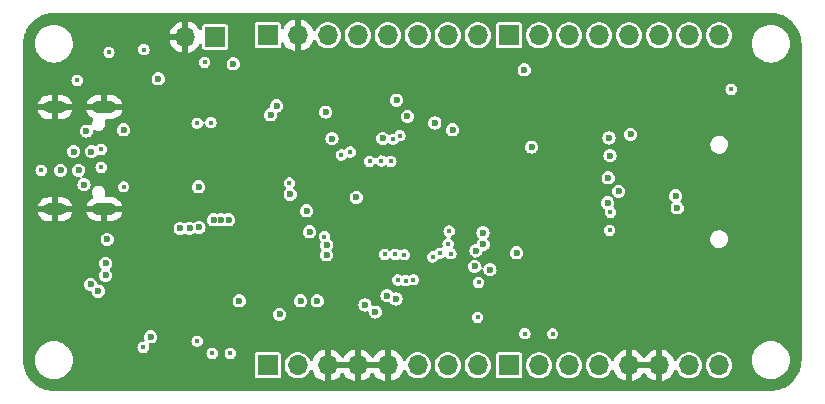
<source format=gbr>
%TF.GenerationSoftware,KiCad,Pcbnew,7.0.2*%
%TF.CreationDate,2023-05-11T00:09:11+08:00*%
%TF.ProjectId,LinuxDK,4c696e75-7844-44b2-9e6b-696361645f70,rev?*%
%TF.SameCoordinates,Original*%
%TF.FileFunction,Copper,L2,Inr*%
%TF.FilePolarity,Positive*%
%FSLAX46Y46*%
G04 Gerber Fmt 4.6, Leading zero omitted, Abs format (unit mm)*
G04 Created by KiCad (PCBNEW 7.0.2) date 2023-05-11 00:09:11*
%MOMM*%
%LPD*%
G01*
G04 APERTURE LIST*
%TA.AperFunction,ComponentPad*%
%ADD10R,1.700000X1.700000*%
%TD*%
%TA.AperFunction,ComponentPad*%
%ADD11O,1.700000X1.700000*%
%TD*%
%TA.AperFunction,ComponentPad*%
%ADD12O,2.100000X1.050000*%
%TD*%
%TA.AperFunction,ComponentPad*%
%ADD13O,2.000000X1.000000*%
%TD*%
%TA.AperFunction,ViaPad*%
%ADD14C,0.450000*%
%TD*%
%TA.AperFunction,ViaPad*%
%ADD15C,0.600000*%
%TD*%
G04 APERTURE END LIST*
D10*
%TO.N,/USB_ID*%
%TO.C,J7*%
X124084000Y-82169000D03*
D11*
%TO.N,GND*%
X121544000Y-82169000D03*
%TD*%
D10*
%TO.N,/PD14*%
%TO.C,J9*%
X148971000Y-82042000D03*
D11*
%TO.N,/PD15*%
X151511000Y-82042000D03*
%TO.N,/PD16*%
X154051000Y-82042000D03*
%TO.N,/PD17*%
X156591000Y-82042000D03*
%TO.N,/PD18*%
X159131000Y-82042000D03*
%TO.N,/PD19*%
X161671000Y-82042000D03*
%TO.N,/PD20*%
X164211000Y-82042000D03*
%TO.N,/PD21*%
X166751000Y-82042000D03*
%TD*%
D12*
%TO.N,GND*%
%TO.C,J4*%
X114702000Y-88124500D03*
D13*
X110522000Y-88124500D03*
X110522000Y-96764500D03*
D12*
X114702000Y-96764500D03*
%TD*%
D10*
%TO.N,+3.3V*%
%TO.C,J8*%
X128524000Y-82042000D03*
D11*
%TO.N,GND*%
X131064000Y-82042000D03*
%TO.N,/PD0*%
X133604000Y-82042000D03*
%TO.N,/PD1*%
X136144000Y-82042000D03*
%TO.N,/PD2*%
X138684000Y-82042000D03*
%TO.N,/PD6*%
X141224000Y-82042000D03*
%TO.N,/PD12*%
X143764000Y-82042000D03*
%TO.N,/PD13*%
X146304000Y-82042000D03*
%TD*%
D10*
%TO.N,/PE2*%
%TO.C,J11*%
X148971000Y-109982000D03*
D11*
%TO.N,/PE10*%
X151511000Y-109982000D03*
%TO.N,/PE11*%
X154051000Y-109982000D03*
%TO.N,/PE12*%
X156591000Y-109982000D03*
%TO.N,GND*%
X159131000Y-109982000D03*
X161671000Y-109982000D03*
%TO.N,+5V*%
X164211000Y-109982000D03*
X166751000Y-109982000D03*
%TD*%
D10*
%TO.N,/SPEAKER_P*%
%TO.C,J10*%
X128524000Y-109982000D03*
D11*
%TO.N,/SPEAKER_N*%
X131064000Y-109982000D03*
%TO.N,GND*%
X133604000Y-109982000D03*
X136144000Y-109982000D03*
X138684000Y-109982000D03*
%TO.N,+3.3V*%
X141224000Y-109982000D03*
X143764000Y-109982000D03*
X146304000Y-109982000D03*
%TD*%
D14*
%TO.N,/NRST*%
X133320200Y-99076960D03*
D15*
%TO.N,+3.3V*%
X132080000Y-98679000D03*
%TO.N,GND*%
X130937000Y-102616000D03*
X133610000Y-91740000D03*
%TO.N,+1V2*%
X133440000Y-88528500D03*
%TO.N,/PD2*%
X138273173Y-90772868D03*
%TO.N,+1V2*%
X140340000Y-88910000D03*
%TO.N,GND*%
X123571000Y-91313000D03*
X169799000Y-106045000D03*
X148336000Y-106934000D03*
X170434000Y-106045000D03*
X155067000Y-83439000D03*
D14*
X123158250Y-88706500D03*
D15*
X137287000Y-97155000D03*
X115316000Y-85725000D03*
X134747000Y-91440000D03*
X115951000Y-85090000D03*
X121158000Y-92456000D03*
D14*
X122039500Y-88633533D03*
D15*
X123952000Y-91821000D03*
X144145000Y-105791000D03*
X137287000Y-97790000D03*
D14*
X141351000Y-90678000D03*
X157734000Y-83312000D03*
D15*
X170307000Y-85852000D03*
X116459000Y-104140000D03*
D14*
X130429000Y-97663000D03*
D15*
X147066000Y-103378000D03*
X135890000Y-107569000D03*
X111252000Y-106553000D03*
X170942000Y-85852000D03*
X125349000Y-93091000D03*
X125349000Y-89281000D03*
X115316000Y-85090000D03*
X131572000Y-108458000D03*
D14*
X144653000Y-85979000D03*
D15*
X115951000Y-85725000D03*
X110617000Y-105918000D03*
D14*
X139954000Y-103505000D03*
D15*
X137922000Y-97155000D03*
X123698000Y-104648000D03*
X110617000Y-106553000D03*
X170434000Y-106680000D03*
D14*
X160274000Y-83058000D03*
D15*
X111252000Y-105918000D03*
X170307000Y-85217000D03*
X131880000Y-88450000D03*
D14*
X146224811Y-89910600D03*
D15*
X169799000Y-106680000D03*
X137922000Y-97790000D03*
D14*
X119761000Y-103759000D03*
D15*
X170942000Y-85217000D03*
D14*
%TO.N,/NRST*%
X118046500Y-83248500D03*
D15*
%TO.N,+1V2*%
X144185098Y-90043000D03*
X131826000Y-96901000D03*
X119253000Y-85725000D03*
X133970000Y-90790000D03*
D14*
%TO.N,+3.3V*%
X146304000Y-105918000D03*
D15*
X142680500Y-89467500D03*
X150241000Y-84963000D03*
D14*
X112395000Y-85852000D03*
X123190000Y-84328000D03*
X167767000Y-86614000D03*
D15*
X158242000Y-95250000D03*
X131318000Y-104521000D03*
D14*
X115090009Y-83478132D03*
D15*
X159258000Y-90424000D03*
X139440000Y-87530000D03*
D14*
X152654000Y-107315000D03*
D15*
X123952000Y-97663000D03*
X125222000Y-97663000D03*
X126111000Y-104521000D03*
X132715000Y-104521000D03*
D14*
X109347000Y-93472000D03*
D15*
X130429000Y-95504000D03*
X118618000Y-107569000D03*
X124587000Y-97663000D03*
D14*
%TO.N,GNDA*%
X130365500Y-94551500D03*
X150304000Y-107302000D03*
D15*
X129540000Y-105664000D03*
%TO.N,+3V0*%
X136017000Y-95758000D03*
%TO.N,+5V*%
X122681998Y-94869000D03*
X122703798Y-98295503D03*
X114935000Y-99314000D03*
D14*
X122555000Y-89480849D03*
X123724219Y-89434219D03*
D15*
%TO.N,+2V5*%
X150876000Y-91499500D03*
X149606000Y-100457000D03*
X128778000Y-88773000D03*
D14*
%TO.N,Net-(D1-A)*%
X117983000Y-108458000D03*
%TO.N,Net-(D2-A)*%
X122555000Y-107942500D03*
%TO.N,Net-(F1-Pad2)*%
X116332000Y-94869000D03*
D15*
X116332000Y-90043000D03*
D14*
%TO.N,/AUDIO_L*%
X135512452Y-91930783D03*
%TO.N,/PD0*%
X137160000Y-92710000D03*
%TO.N,/PD1*%
X138154001Y-92681814D03*
%TO.N,/RS485_RX*%
X138953999Y-92710000D03*
%TO.N,/RS485_TX*%
X139148534Y-90834349D03*
%TO.N,/RS485_DIR*%
X139726240Y-90537518D03*
%TO.N,/PE11*%
X143878686Y-98618500D03*
%TO.N,/PE10*%
X143798502Y-99695000D03*
D15*
%TO.N,/LCD_SCL*%
X146752500Y-98758810D03*
%TO.N,/LCD_SDA*%
X146769847Y-99742020D03*
%TO.N,/LCD_CS*%
X146169088Y-100269555D03*
D14*
%TO.N,/LCD_PWM*%
X144030102Y-100527927D03*
D15*
%TO.N,/LCD_RST*%
X147341109Y-101884772D03*
%TO.N,/LCD_RS*%
X146050000Y-101600000D03*
%TO.N,/USB_ID*%
X125603000Y-84455000D03*
X129286000Y-88011000D03*
D14*
X146380000Y-102961272D03*
D15*
%TO.N,/DEBUG_UART_TX*%
X114173000Y-103700000D03*
D14*
X143094164Y-100491500D03*
%TO.N,/DEBUG_UART_RX*%
X142488004Y-100797299D03*
D15*
X113538000Y-103124000D03*
D14*
%TO.N,/SD_D2*%
X140865534Y-102740523D03*
X157480000Y-98552000D03*
%TO.N,/SD_D3*%
X157543500Y-97028000D03*
X140220327Y-102815097D03*
D15*
%TO.N,/SD_CMD*%
X157317222Y-96224789D03*
D14*
X139543996Y-102743402D03*
D15*
%TO.N,/SD_CLK*%
X157353000Y-94107000D03*
D14*
X140081000Y-100616662D03*
%TO.N,/SD_D0*%
X139324967Y-100580916D03*
D15*
X157505940Y-92227940D03*
D14*
%TO.N,/SD_D1*%
X138430000Y-100587554D03*
D15*
X157429200Y-90728800D03*
%TO.N,/SPI_CLK*%
X139380512Y-104359653D03*
%TO.N,/SPI_CS*%
X138630344Y-104083152D03*
%TO.N,/SPI_MISO*%
X137639592Y-105468316D03*
%TO.N,/SPI_MOSI*%
X136764500Y-104872893D03*
D14*
%TO.N,/KEY2*%
X125360602Y-108966000D03*
%TO.N,/KEY1*%
X123825000Y-108966000D03*
D15*
%TO.N,/USBC_DN*%
X133509583Y-100626272D03*
X111004100Y-93478100D03*
X163195000Y-96647000D03*
%TO.N,/USBC_DP*%
X133509583Y-99776272D03*
X163068000Y-95631000D03*
X112522000Y-93472000D03*
D14*
%TO.N,/AUDIO_R*%
X134755065Y-92164458D03*
D15*
%TO.N,/interface/USB_DN*%
X112104947Y-91884500D03*
%TO.N,/interface/USB_DP*%
X113601500Y-91884500D03*
%TO.N,Net-(J4-CC1)*%
X113182940Y-90144060D03*
%TO.N,Net-(J4-CC2)*%
X112973100Y-94685100D03*
D14*
%TO.N,/interface/CP2102_DN*%
X114427001Y-91693999D03*
D15*
X121909491Y-98386500D03*
%TO.N,/interface/CP2102_DP*%
X121109989Y-98386500D03*
D14*
X114427000Y-93218000D03*
D15*
%TO.N,Net-(J12-01)*%
X114808000Y-101346000D03*
%TO.N,Net-(J12-02)*%
X114808000Y-102362000D03*
%TD*%
%TA.AperFunction,Conductor*%
%TO.N,GND*%
G36*
X135684507Y-109772156D02*
G01*
X135644000Y-109910111D01*
X135644000Y-110053889D01*
X135684507Y-110191844D01*
X135710314Y-110232000D01*
X134037686Y-110232000D01*
X134063493Y-110191844D01*
X134104000Y-110053889D01*
X134104000Y-109910111D01*
X134063493Y-109772156D01*
X134037686Y-109732000D01*
X135710314Y-109732000D01*
X135684507Y-109772156D01*
G37*
%TD.AperFunction*%
%TA.AperFunction,Conductor*%
G36*
X138224507Y-109772156D02*
G01*
X138184000Y-109910111D01*
X138184000Y-110053889D01*
X138224507Y-110191844D01*
X138250314Y-110232000D01*
X136577686Y-110232000D01*
X136603493Y-110191844D01*
X136644000Y-110053889D01*
X136644000Y-109910111D01*
X136603493Y-109772156D01*
X136577686Y-109732000D01*
X138250314Y-109732000D01*
X138224507Y-109772156D01*
G37*
%TD.AperFunction*%
%TA.AperFunction,Conductor*%
G36*
X161211507Y-109772156D02*
G01*
X161171000Y-109910111D01*
X161171000Y-110053889D01*
X161211507Y-110191844D01*
X161237314Y-110232000D01*
X159564686Y-110232000D01*
X159590493Y-110191844D01*
X159631000Y-110053889D01*
X159631000Y-109910111D01*
X159590493Y-109772156D01*
X159564686Y-109732000D01*
X161237314Y-109732000D01*
X161211507Y-109772156D01*
G37*
%TD.AperFunction*%
%TA.AperFunction,Conductor*%
G36*
X171126950Y-80141216D02*
G01*
X171238963Y-80147506D01*
X171414818Y-80158143D01*
X171428066Y-80159664D01*
X171563092Y-80182605D01*
X171713582Y-80210183D01*
X171725503Y-80212986D01*
X171860886Y-80251988D01*
X171863188Y-80252678D01*
X172004178Y-80296612D01*
X172014733Y-80300433D01*
X172146537Y-80355027D01*
X172149856Y-80356461D01*
X172282784Y-80416286D01*
X172291843Y-80420819D01*
X172385007Y-80472309D01*
X172417477Y-80490255D01*
X172421644Y-80492665D01*
X172545507Y-80567542D01*
X172553113Y-80572529D01*
X172670576Y-80655873D01*
X172675294Y-80659392D01*
X172788886Y-80748385D01*
X172795040Y-80753536D01*
X172902585Y-80849644D01*
X172907639Y-80854423D01*
X173009575Y-80956359D01*
X173014354Y-80961413D01*
X173110462Y-81068958D01*
X173115613Y-81075112D01*
X173204606Y-81188704D01*
X173208125Y-81193422D01*
X173291469Y-81310885D01*
X173296456Y-81318491D01*
X173371333Y-81442354D01*
X173373743Y-81446521D01*
X173443173Y-81572144D01*
X173447722Y-81581235D01*
X173507511Y-81714082D01*
X173508997Y-81717522D01*
X173563564Y-81849263D01*
X173567387Y-81859823D01*
X173611277Y-82000669D01*
X173612046Y-82003234D01*
X173651008Y-82138479D01*
X173653823Y-82150454D01*
X173681401Y-82300950D01*
X173704332Y-82435919D01*
X173705856Y-82449192D01*
X173716495Y-82625077D01*
X173722783Y-82737051D01*
X173722978Y-82744002D01*
X173722978Y-109537039D01*
X173722783Y-109543993D01*
X173716278Y-109659798D01*
X173705917Y-109831452D01*
X173704390Y-109844751D01*
X173680831Y-109983406D01*
X173653934Y-110130171D01*
X173651120Y-110142139D01*
X173611484Y-110279713D01*
X173610716Y-110282276D01*
X173567559Y-110420766D01*
X173563735Y-110431327D01*
X173508424Y-110564859D01*
X173506938Y-110568299D01*
X173447969Y-110699317D01*
X173443422Y-110708405D01*
X173373183Y-110835492D01*
X173370771Y-110839662D01*
X173296789Y-110962041D01*
X173291802Y-110969646D01*
X173207570Y-111088357D01*
X173204051Y-111093075D01*
X173116056Y-111205390D01*
X173110905Y-111211544D01*
X173013810Y-111320192D01*
X173009031Y-111325246D01*
X172908205Y-111426070D01*
X172903151Y-111430848D01*
X172794512Y-111527932D01*
X172788359Y-111533083D01*
X172676051Y-111621070D01*
X172671332Y-111624589D01*
X172552613Y-111708823D01*
X172545008Y-111713810D01*
X172422606Y-111787803D01*
X172418437Y-111790215D01*
X172291374Y-111860438D01*
X172282284Y-111864985D01*
X172151244Y-111923960D01*
X172147807Y-111925445D01*
X172014286Y-111980751D01*
X172003722Y-111984576D01*
X171865248Y-112027724D01*
X171862686Y-112028492D01*
X171725097Y-112068130D01*
X171713121Y-112070945D01*
X171566406Y-112097831D01*
X171427663Y-112121403D01*
X171414389Y-112122927D01*
X171249201Y-112132918D01*
X171152044Y-112138373D01*
X171126165Y-112139827D01*
X171119218Y-112140022D01*
X110426960Y-112140022D01*
X110420006Y-112139827D01*
X110308007Y-112133536D01*
X110132159Y-112122898D01*
X110118876Y-112121372D01*
X109983903Y-112098438D01*
X109833400Y-112070856D01*
X109821439Y-112068044D01*
X109686199Y-112029081D01*
X109683654Y-112028318D01*
X109542786Y-111984421D01*
X109532224Y-111980597D01*
X109400463Y-111926019D01*
X109397024Y-111924533D01*
X109264207Y-111864756D01*
X109255117Y-111860208D01*
X109129496Y-111790779D01*
X109125329Y-111788369D01*
X109001448Y-111713481D01*
X108993841Y-111708493D01*
X108876396Y-111625160D01*
X108871679Y-111621642D01*
X108758081Y-111532644D01*
X108751927Y-111527493D01*
X108644382Y-111431385D01*
X108639328Y-111426606D01*
X108537392Y-111324670D01*
X108532613Y-111319616D01*
X108493708Y-111276081D01*
X108436501Y-111212066D01*
X108431354Y-111205917D01*
X108380120Y-111140522D01*
X108342356Y-111092319D01*
X108338838Y-111087602D01*
X108310542Y-111047723D01*
X108255493Y-110970140D01*
X108250517Y-110962550D01*
X108250209Y-110962041D01*
X108223286Y-110917504D01*
X108175629Y-110838669D01*
X108173219Y-110834502D01*
X108103790Y-110708881D01*
X108099242Y-110699791D01*
X108084469Y-110666968D01*
X108039457Y-110566956D01*
X108037979Y-110563535D01*
X107983397Y-110431764D01*
X107979580Y-110421222D01*
X107935657Y-110280269D01*
X107934928Y-110277836D01*
X107895952Y-110142551D01*
X107893147Y-110130619D01*
X107865568Y-109980139D01*
X107842624Y-109845108D01*
X107841102Y-109831854D01*
X107830470Y-109656119D01*
X107824173Y-109543993D01*
X107824076Y-109540522D01*
X108818029Y-109540522D01*
X108837795Y-109791671D01*
X108896604Y-110036632D01*
X108935535Y-110130619D01*
X108993012Y-110269381D01*
X109124642Y-110484181D01*
X109288254Y-110675746D01*
X109479819Y-110839358D01*
X109694619Y-110970988D01*
X109927367Y-111067395D01*
X110172330Y-111126205D01*
X110423478Y-111145971D01*
X110674626Y-111126205D01*
X110919589Y-111067395D01*
X111152337Y-110970988D01*
X111338242Y-110857065D01*
X127419500Y-110857065D01*
X127434266Y-110931301D01*
X127490515Y-111015484D01*
X127568205Y-111067395D01*
X127574699Y-111071734D01*
X127648933Y-111086500D01*
X129399066Y-111086499D01*
X129473301Y-111071734D01*
X129557484Y-111015484D01*
X129613734Y-110931301D01*
X129628500Y-110857067D01*
X129628499Y-109981999D01*
X129954768Y-109981999D01*
X129973654Y-110185823D01*
X130029670Y-110382699D01*
X130120911Y-110565934D01*
X130244268Y-110729286D01*
X130395535Y-110867184D01*
X130395537Y-110867185D01*
X130395538Y-110867186D01*
X130569573Y-110974944D01*
X130760444Y-111048888D01*
X130961653Y-111086500D01*
X130961655Y-111086500D01*
X131166345Y-111086500D01*
X131166347Y-111086500D01*
X131367556Y-111048888D01*
X131558427Y-110974944D01*
X131732462Y-110867186D01*
X131883732Y-110729285D01*
X132007088Y-110565935D01*
X132007088Y-110565933D01*
X132007090Y-110565932D01*
X132092380Y-110394646D01*
X132139882Y-110343409D01*
X132207545Y-110325987D01*
X132273886Y-110347912D01*
X132317841Y-110402223D01*
X132323154Y-110417822D01*
X132330567Y-110445488D01*
X132430399Y-110659576D01*
X132565893Y-110853081D01*
X132732918Y-111020106D01*
X132926423Y-111155600D01*
X133140509Y-111255430D01*
X133354000Y-111312634D01*
X133354000Y-110417501D01*
X133461685Y-110466680D01*
X133568237Y-110482000D01*
X133639763Y-110482000D01*
X133746315Y-110466680D01*
X133854000Y-110417501D01*
X133854000Y-111312633D01*
X134067490Y-111255430D01*
X134281576Y-111155600D01*
X134475081Y-111020106D01*
X134642106Y-110853081D01*
X134772425Y-110666968D01*
X134827002Y-110623344D01*
X134896501Y-110616151D01*
X134958855Y-110647673D01*
X134975575Y-110666968D01*
X135105893Y-110853081D01*
X135272918Y-111020106D01*
X135466423Y-111155600D01*
X135680509Y-111255430D01*
X135894000Y-111312634D01*
X135894000Y-110417501D01*
X136001685Y-110466680D01*
X136108237Y-110482000D01*
X136179763Y-110482000D01*
X136286315Y-110466680D01*
X136394000Y-110417501D01*
X136394000Y-111312633D01*
X136607490Y-111255430D01*
X136821576Y-111155600D01*
X137015081Y-111020106D01*
X137182106Y-110853081D01*
X137312425Y-110666968D01*
X137367002Y-110623344D01*
X137436501Y-110616151D01*
X137498855Y-110647673D01*
X137515575Y-110666968D01*
X137645893Y-110853081D01*
X137812918Y-111020106D01*
X138006423Y-111155600D01*
X138220509Y-111255430D01*
X138434000Y-111312634D01*
X138434000Y-110417501D01*
X138541685Y-110466680D01*
X138648237Y-110482000D01*
X138719763Y-110482000D01*
X138826315Y-110466680D01*
X138934000Y-110417501D01*
X138934000Y-111312633D01*
X139147490Y-111255430D01*
X139361576Y-111155600D01*
X139555081Y-111020106D01*
X139722106Y-110853081D01*
X139857600Y-110659576D01*
X139957431Y-110445490D01*
X139964844Y-110417825D01*
X140001208Y-110358164D01*
X140064055Y-110327634D01*
X140133430Y-110335928D01*
X140187309Y-110380413D01*
X140195619Y-110394645D01*
X140280911Y-110565934D01*
X140404268Y-110729286D01*
X140555535Y-110867184D01*
X140555537Y-110867185D01*
X140555538Y-110867186D01*
X140729573Y-110974944D01*
X140920444Y-111048888D01*
X141121653Y-111086500D01*
X141121655Y-111086500D01*
X141326345Y-111086500D01*
X141326347Y-111086500D01*
X141527556Y-111048888D01*
X141718427Y-110974944D01*
X141892462Y-110867186D01*
X142043732Y-110729285D01*
X142167088Y-110565935D01*
X142258328Y-110382701D01*
X142258979Y-110380413D01*
X142314345Y-110185823D01*
X142320540Y-110118963D01*
X142333232Y-109982000D01*
X142333232Y-109981999D01*
X142654768Y-109981999D01*
X142673654Y-110185823D01*
X142729670Y-110382699D01*
X142820911Y-110565934D01*
X142944268Y-110729286D01*
X143095535Y-110867184D01*
X143095537Y-110867185D01*
X143095538Y-110867186D01*
X143269573Y-110974944D01*
X143460444Y-111048888D01*
X143661653Y-111086500D01*
X143661655Y-111086500D01*
X143866345Y-111086500D01*
X143866347Y-111086500D01*
X144067556Y-111048888D01*
X144258427Y-110974944D01*
X144432462Y-110867186D01*
X144583732Y-110729285D01*
X144707088Y-110565935D01*
X144798328Y-110382701D01*
X144798979Y-110380413D01*
X144854345Y-110185823D01*
X144860540Y-110118963D01*
X144873232Y-109982000D01*
X144873232Y-109981999D01*
X145194768Y-109981999D01*
X145213654Y-110185823D01*
X145269670Y-110382699D01*
X145360911Y-110565934D01*
X145484268Y-110729286D01*
X145635535Y-110867184D01*
X145635537Y-110867185D01*
X145635538Y-110867186D01*
X145809573Y-110974944D01*
X146000444Y-111048888D01*
X146201653Y-111086500D01*
X146201655Y-111086500D01*
X146406345Y-111086500D01*
X146406347Y-111086500D01*
X146607556Y-111048888D01*
X146798427Y-110974944D01*
X146972462Y-110867186D01*
X146983564Y-110857065D01*
X147866500Y-110857065D01*
X147881266Y-110931301D01*
X147937515Y-111015484D01*
X148015205Y-111067395D01*
X148021699Y-111071734D01*
X148095933Y-111086500D01*
X149846066Y-111086499D01*
X149920301Y-111071734D01*
X150004484Y-111015484D01*
X150060734Y-110931301D01*
X150075500Y-110857067D01*
X150075499Y-109981999D01*
X150401768Y-109981999D01*
X150420654Y-110185823D01*
X150476670Y-110382699D01*
X150567911Y-110565934D01*
X150691268Y-110729286D01*
X150842535Y-110867184D01*
X150842537Y-110867185D01*
X150842538Y-110867186D01*
X151016573Y-110974944D01*
X151207444Y-111048888D01*
X151408653Y-111086500D01*
X151408655Y-111086500D01*
X151613345Y-111086500D01*
X151613347Y-111086500D01*
X151814556Y-111048888D01*
X152005427Y-110974944D01*
X152179462Y-110867186D01*
X152330732Y-110729285D01*
X152454088Y-110565935D01*
X152545328Y-110382701D01*
X152545979Y-110380413D01*
X152601345Y-110185823D01*
X152607540Y-110118963D01*
X152620232Y-109982000D01*
X152620232Y-109981999D01*
X152941768Y-109981999D01*
X152960654Y-110185823D01*
X153016670Y-110382699D01*
X153107911Y-110565934D01*
X153231268Y-110729286D01*
X153382535Y-110867184D01*
X153382537Y-110867185D01*
X153382538Y-110867186D01*
X153556573Y-110974944D01*
X153747444Y-111048888D01*
X153948653Y-111086500D01*
X153948655Y-111086500D01*
X154153345Y-111086500D01*
X154153347Y-111086500D01*
X154354556Y-111048888D01*
X154545427Y-110974944D01*
X154719462Y-110867186D01*
X154870732Y-110729285D01*
X154994088Y-110565935D01*
X155085328Y-110382701D01*
X155085979Y-110380413D01*
X155141345Y-110185823D01*
X155147540Y-110118963D01*
X155160232Y-109982000D01*
X155160232Y-109981999D01*
X155481768Y-109981999D01*
X155500654Y-110185823D01*
X155556670Y-110382699D01*
X155647911Y-110565934D01*
X155771268Y-110729286D01*
X155922535Y-110867184D01*
X155922537Y-110867185D01*
X155922538Y-110867186D01*
X156096573Y-110974944D01*
X156287444Y-111048888D01*
X156488653Y-111086500D01*
X156488655Y-111086500D01*
X156693345Y-111086500D01*
X156693347Y-111086500D01*
X156894556Y-111048888D01*
X157085427Y-110974944D01*
X157259462Y-110867186D01*
X157410732Y-110729285D01*
X157534088Y-110565935D01*
X157534088Y-110565933D01*
X157534090Y-110565932D01*
X157619380Y-110394646D01*
X157666882Y-110343409D01*
X157734545Y-110325987D01*
X157800886Y-110347912D01*
X157844841Y-110402223D01*
X157850154Y-110417822D01*
X157857567Y-110445488D01*
X157957399Y-110659576D01*
X158092893Y-110853081D01*
X158259918Y-111020106D01*
X158453423Y-111155600D01*
X158667509Y-111255430D01*
X158881000Y-111312634D01*
X158881000Y-110417501D01*
X158988685Y-110466680D01*
X159095237Y-110482000D01*
X159166763Y-110482000D01*
X159273315Y-110466680D01*
X159381000Y-110417501D01*
X159381000Y-111312633D01*
X159594490Y-111255430D01*
X159808576Y-111155600D01*
X160002081Y-111020106D01*
X160169106Y-110853081D01*
X160299425Y-110666968D01*
X160354002Y-110623344D01*
X160423501Y-110616151D01*
X160485855Y-110647673D01*
X160502575Y-110666968D01*
X160632893Y-110853081D01*
X160799918Y-111020106D01*
X160993423Y-111155600D01*
X161207509Y-111255430D01*
X161421000Y-111312634D01*
X161421000Y-110417501D01*
X161528685Y-110466680D01*
X161635237Y-110482000D01*
X161706763Y-110482000D01*
X161813315Y-110466680D01*
X161921000Y-110417501D01*
X161921000Y-111312633D01*
X162134490Y-111255430D01*
X162348576Y-111155600D01*
X162542081Y-111020106D01*
X162709106Y-110853081D01*
X162844600Y-110659576D01*
X162944431Y-110445490D01*
X162951844Y-110417825D01*
X162988208Y-110358164D01*
X163051055Y-110327634D01*
X163120430Y-110335928D01*
X163174309Y-110380413D01*
X163182619Y-110394645D01*
X163267911Y-110565934D01*
X163391268Y-110729286D01*
X163542535Y-110867184D01*
X163542537Y-110867185D01*
X163542538Y-110867186D01*
X163716573Y-110974944D01*
X163907444Y-111048888D01*
X164108653Y-111086500D01*
X164108655Y-111086500D01*
X164313345Y-111086500D01*
X164313347Y-111086500D01*
X164514556Y-111048888D01*
X164705427Y-110974944D01*
X164879462Y-110867186D01*
X165030732Y-110729285D01*
X165154088Y-110565935D01*
X165245328Y-110382701D01*
X165245979Y-110380413D01*
X165301345Y-110185823D01*
X165307540Y-110118963D01*
X165320232Y-109982000D01*
X165320232Y-109981999D01*
X165641768Y-109981999D01*
X165660654Y-110185823D01*
X165716670Y-110382699D01*
X165807911Y-110565934D01*
X165931268Y-110729286D01*
X166082535Y-110867184D01*
X166082537Y-110867185D01*
X166082538Y-110867186D01*
X166256573Y-110974944D01*
X166447444Y-111048888D01*
X166648653Y-111086500D01*
X166648655Y-111086500D01*
X166853345Y-111086500D01*
X166853347Y-111086500D01*
X167054556Y-111048888D01*
X167245427Y-110974944D01*
X167419462Y-110867186D01*
X167570732Y-110729285D01*
X167694088Y-110565935D01*
X167785328Y-110382701D01*
X167785979Y-110380413D01*
X167841345Y-110185823D01*
X167847540Y-110118963D01*
X167860232Y-109982000D01*
X167841345Y-109778179D01*
X167841345Y-109778176D01*
X167785329Y-109581300D01*
X167765024Y-109540522D01*
X169518029Y-109540522D01*
X169537795Y-109791671D01*
X169596604Y-110036632D01*
X169635535Y-110130619D01*
X169693012Y-110269381D01*
X169824642Y-110484181D01*
X169988254Y-110675746D01*
X170179819Y-110839358D01*
X170394619Y-110970988D01*
X170627367Y-111067395D01*
X170872330Y-111126205D01*
X171123478Y-111145971D01*
X171374626Y-111126205D01*
X171619589Y-111067395D01*
X171852337Y-110970988D01*
X172067137Y-110839358D01*
X172258702Y-110675746D01*
X172422314Y-110484181D01*
X172553944Y-110269381D01*
X172650351Y-110036633D01*
X172709161Y-109791670D01*
X172728927Y-109540522D01*
X172709161Y-109289374D01*
X172650351Y-109044411D01*
X172553944Y-108811663D01*
X172422314Y-108596863D01*
X172258702Y-108405298D01*
X172067137Y-108241686D01*
X171852337Y-108110056D01*
X171715448Y-108053355D01*
X171619588Y-108013648D01*
X171374627Y-107954839D01*
X171199066Y-107941022D01*
X171123478Y-107935073D01*
X171123477Y-107935073D01*
X170872328Y-107954839D01*
X170627367Y-108013648D01*
X170469643Y-108078980D01*
X170396621Y-108109227D01*
X170394617Y-108110057D01*
X170179820Y-108241685D01*
X169988254Y-108405298D01*
X169824641Y-108596864D01*
X169693013Y-108811661D01*
X169596604Y-109044411D01*
X169537795Y-109289372D01*
X169518029Y-109540522D01*
X167765024Y-109540522D01*
X167694088Y-109398065D01*
X167570731Y-109234713D01*
X167419464Y-109096815D01*
X167245427Y-108989056D01*
X167245426Y-108989056D01*
X167054556Y-108915112D01*
X166853347Y-108877500D01*
X166648653Y-108877500D01*
X166447444Y-108915112D01*
X166256572Y-108989056D01*
X166082535Y-109096815D01*
X165931268Y-109234713D01*
X165807911Y-109398065D01*
X165716670Y-109581300D01*
X165660654Y-109778176D01*
X165641768Y-109981999D01*
X165320232Y-109981999D01*
X165301345Y-109778179D01*
X165301345Y-109778176D01*
X165245329Y-109581300D01*
X165154088Y-109398065D01*
X165030731Y-109234713D01*
X164879464Y-109096815D01*
X164705427Y-108989056D01*
X164705426Y-108989056D01*
X164514556Y-108915112D01*
X164313347Y-108877500D01*
X164108653Y-108877500D01*
X163907444Y-108915112D01*
X163716572Y-108989056D01*
X163542535Y-109096815D01*
X163391268Y-109234713D01*
X163267911Y-109398065D01*
X163182619Y-109569354D01*
X163135116Y-109620591D01*
X163067453Y-109638012D01*
X163001113Y-109616086D01*
X162957158Y-109561775D01*
X162951844Y-109546175D01*
X162944430Y-109518508D01*
X162844599Y-109304421D01*
X162709109Y-109110921D01*
X162542081Y-108943893D01*
X162348576Y-108808399D01*
X162134492Y-108708569D01*
X161921000Y-108651364D01*
X161921000Y-109546498D01*
X161813315Y-109497320D01*
X161706763Y-109482000D01*
X161635237Y-109482000D01*
X161528685Y-109497320D01*
X161421000Y-109546498D01*
X161421000Y-108651364D01*
X161420999Y-108651364D01*
X161207507Y-108708569D01*
X160993421Y-108808400D01*
X160799921Y-108943890D01*
X160632893Y-109110918D01*
X160502575Y-109297032D01*
X160447998Y-109340656D01*
X160378499Y-109347849D01*
X160316145Y-109316327D01*
X160299425Y-109297032D01*
X160169106Y-109110918D01*
X160002081Y-108943893D01*
X159808576Y-108808399D01*
X159594492Y-108708569D01*
X159381000Y-108651364D01*
X159381000Y-109546498D01*
X159273315Y-109497320D01*
X159166763Y-109482000D01*
X159095237Y-109482000D01*
X158988685Y-109497320D01*
X158881000Y-109546498D01*
X158881000Y-108651364D01*
X158880999Y-108651364D01*
X158667507Y-108708569D01*
X158453421Y-108808400D01*
X158259921Y-108943890D01*
X158092890Y-109110921D01*
X157957400Y-109304421D01*
X157857568Y-109518510D01*
X157850154Y-109546178D01*
X157813788Y-109605838D01*
X157750940Y-109636366D01*
X157681565Y-109628069D01*
X157627688Y-109583583D01*
X157619380Y-109569354D01*
X157534088Y-109398065D01*
X157410731Y-109234713D01*
X157259464Y-109096815D01*
X157085427Y-108989056D01*
X157085426Y-108989056D01*
X156894556Y-108915112D01*
X156693347Y-108877500D01*
X156488653Y-108877500D01*
X156287444Y-108915112D01*
X156096572Y-108989056D01*
X155922535Y-109096815D01*
X155771268Y-109234713D01*
X155647911Y-109398065D01*
X155556670Y-109581300D01*
X155500654Y-109778176D01*
X155481768Y-109981999D01*
X155160232Y-109981999D01*
X155141345Y-109778179D01*
X155141345Y-109778176D01*
X155085329Y-109581300D01*
X154994088Y-109398065D01*
X154870731Y-109234713D01*
X154719464Y-109096815D01*
X154545427Y-108989056D01*
X154545426Y-108989056D01*
X154354556Y-108915112D01*
X154153347Y-108877500D01*
X153948653Y-108877500D01*
X153747443Y-108915112D01*
X153747444Y-108915112D01*
X153556572Y-108989056D01*
X153382535Y-109096815D01*
X153231268Y-109234713D01*
X153107911Y-109398065D01*
X153016670Y-109581300D01*
X152960654Y-109778176D01*
X152941768Y-109981999D01*
X152620232Y-109981999D01*
X152601345Y-109778179D01*
X152601345Y-109778176D01*
X152545329Y-109581300D01*
X152454088Y-109398065D01*
X152330731Y-109234713D01*
X152179464Y-109096815D01*
X152005427Y-108989056D01*
X152005426Y-108989056D01*
X151814556Y-108915112D01*
X151613347Y-108877500D01*
X151408653Y-108877500D01*
X151207443Y-108915112D01*
X151207444Y-108915112D01*
X151016572Y-108989056D01*
X150842535Y-109096815D01*
X150691268Y-109234713D01*
X150567911Y-109398065D01*
X150476670Y-109581300D01*
X150420654Y-109778176D01*
X150401768Y-109981999D01*
X150075499Y-109981999D01*
X150075499Y-109106934D01*
X150060734Y-109032699D01*
X150016166Y-108965999D01*
X150004484Y-108948515D01*
X149920300Y-108892265D01*
X149846069Y-108877500D01*
X148095934Y-108877500D01*
X148021698Y-108892266D01*
X147937515Y-108948515D01*
X147881265Y-109032699D01*
X147866500Y-109106930D01*
X147866500Y-110857065D01*
X146983564Y-110857065D01*
X147123732Y-110729285D01*
X147247088Y-110565935D01*
X147338328Y-110382701D01*
X147338979Y-110380413D01*
X147394345Y-110185823D01*
X147400540Y-110118963D01*
X147413232Y-109982000D01*
X147394345Y-109778179D01*
X147394345Y-109778176D01*
X147338329Y-109581300D01*
X147247088Y-109398065D01*
X147123731Y-109234713D01*
X146972464Y-109096815D01*
X146798427Y-108989056D01*
X146607556Y-108915112D01*
X146406347Y-108877500D01*
X146201653Y-108877500D01*
X146000443Y-108915112D01*
X146000444Y-108915112D01*
X145809572Y-108989056D01*
X145635535Y-109096815D01*
X145484268Y-109234713D01*
X145360911Y-109398065D01*
X145269670Y-109581300D01*
X145213654Y-109778176D01*
X145194768Y-109981999D01*
X144873232Y-109981999D01*
X144854345Y-109778179D01*
X144854345Y-109778176D01*
X144798329Y-109581300D01*
X144707088Y-109398065D01*
X144583731Y-109234713D01*
X144432464Y-109096815D01*
X144258427Y-108989056D01*
X144067556Y-108915112D01*
X143866347Y-108877500D01*
X143661653Y-108877500D01*
X143460443Y-108915112D01*
X143460444Y-108915112D01*
X143269572Y-108989056D01*
X143095535Y-109096815D01*
X142944268Y-109234713D01*
X142820911Y-109398065D01*
X142729670Y-109581300D01*
X142673654Y-109778176D01*
X142654768Y-109981999D01*
X142333232Y-109981999D01*
X142314345Y-109778179D01*
X142314345Y-109778176D01*
X142258329Y-109581300D01*
X142167088Y-109398065D01*
X142043731Y-109234713D01*
X141892464Y-109096815D01*
X141718427Y-108989056D01*
X141527556Y-108915112D01*
X141326347Y-108877500D01*
X141121653Y-108877500D01*
X140920444Y-108915112D01*
X140729572Y-108989056D01*
X140555535Y-109096815D01*
X140404268Y-109234713D01*
X140280911Y-109398065D01*
X140195619Y-109569354D01*
X140148116Y-109620591D01*
X140080453Y-109638012D01*
X140014113Y-109616086D01*
X139970158Y-109561775D01*
X139964844Y-109546175D01*
X139957430Y-109518508D01*
X139857599Y-109304421D01*
X139722109Y-109110921D01*
X139555081Y-108943893D01*
X139361576Y-108808399D01*
X139147492Y-108708569D01*
X138934000Y-108651364D01*
X138934000Y-109546498D01*
X138826315Y-109497320D01*
X138719763Y-109482000D01*
X138648237Y-109482000D01*
X138541685Y-109497320D01*
X138434000Y-109546498D01*
X138434000Y-108651364D01*
X138433999Y-108651364D01*
X138220507Y-108708569D01*
X138006421Y-108808400D01*
X137812921Y-108943890D01*
X137645893Y-109110918D01*
X137515575Y-109297032D01*
X137460998Y-109340656D01*
X137391499Y-109347849D01*
X137329145Y-109316327D01*
X137312425Y-109297032D01*
X137182106Y-109110918D01*
X137015081Y-108943893D01*
X136821576Y-108808399D01*
X136607492Y-108708569D01*
X136394000Y-108651364D01*
X136394000Y-109546498D01*
X136286315Y-109497320D01*
X136179763Y-109482000D01*
X136108237Y-109482000D01*
X136001685Y-109497320D01*
X135894000Y-109546498D01*
X135894000Y-108651364D01*
X135893999Y-108651364D01*
X135680507Y-108708569D01*
X135466421Y-108808400D01*
X135272921Y-108943890D01*
X135105893Y-109110918D01*
X134975575Y-109297032D01*
X134920998Y-109340656D01*
X134851499Y-109347849D01*
X134789145Y-109316327D01*
X134772425Y-109297032D01*
X134642106Y-109110918D01*
X134475081Y-108943893D01*
X134281576Y-108808399D01*
X134067492Y-108708569D01*
X133854000Y-108651364D01*
X133853999Y-109546498D01*
X133746315Y-109497320D01*
X133639763Y-109482000D01*
X133568237Y-109482000D01*
X133461685Y-109497320D01*
X133354000Y-109546498D01*
X133354000Y-108651364D01*
X133353999Y-108651364D01*
X133140507Y-108708569D01*
X132926421Y-108808400D01*
X132732921Y-108943890D01*
X132565890Y-109110921D01*
X132430400Y-109304421D01*
X132330568Y-109518510D01*
X132323154Y-109546178D01*
X132286788Y-109605838D01*
X132223940Y-109636366D01*
X132154565Y-109628069D01*
X132100688Y-109583583D01*
X132092380Y-109569354D01*
X132007088Y-109398065D01*
X131883731Y-109234713D01*
X131732464Y-109096815D01*
X131558427Y-108989056D01*
X131367556Y-108915112D01*
X131166347Y-108877500D01*
X130961653Y-108877500D01*
X130760443Y-108915112D01*
X130760444Y-108915112D01*
X130569572Y-108989056D01*
X130395535Y-109096815D01*
X130244268Y-109234713D01*
X130120911Y-109398065D01*
X130029670Y-109581300D01*
X129973654Y-109778176D01*
X129954768Y-109981999D01*
X129628499Y-109981999D01*
X129628499Y-109106934D01*
X129613734Y-109032699D01*
X129569166Y-108965999D01*
X129557484Y-108948515D01*
X129473300Y-108892265D01*
X129399069Y-108877500D01*
X127648934Y-108877500D01*
X127574698Y-108892266D01*
X127490515Y-108948515D01*
X127434265Y-109032699D01*
X127419500Y-109106930D01*
X127419500Y-110857065D01*
X111338242Y-110857065D01*
X111367137Y-110839358D01*
X111558702Y-110675746D01*
X111722314Y-110484181D01*
X111853944Y-110269381D01*
X111950351Y-110036633D01*
X112009161Y-109791670D01*
X112028927Y-109540522D01*
X112009161Y-109289374D01*
X111950351Y-109044411D01*
X111917872Y-108965999D01*
X123340569Y-108965999D01*
X123360191Y-109102480D01*
X123417470Y-109227902D01*
X123470734Y-109289372D01*
X123507765Y-109332109D01*
X123623760Y-109406654D01*
X123756058Y-109445500D01*
X123893942Y-109445500D01*
X124026240Y-109406654D01*
X124142235Y-109332109D01*
X124232529Y-109227903D01*
X124289808Y-109102480D01*
X124309431Y-108966000D01*
X124309431Y-108965999D01*
X124876171Y-108965999D01*
X124895793Y-109102480D01*
X124953072Y-109227902D01*
X125006336Y-109289372D01*
X125043367Y-109332109D01*
X125159362Y-109406654D01*
X125291660Y-109445500D01*
X125429544Y-109445500D01*
X125561842Y-109406654D01*
X125677837Y-109332109D01*
X125768131Y-109227903D01*
X125825410Y-109102480D01*
X125845033Y-108966000D01*
X125825410Y-108829520D01*
X125818488Y-108814364D01*
X125768131Y-108704097D01*
X125722438Y-108651364D01*
X125677837Y-108599891D01*
X125677836Y-108599890D01*
X125636385Y-108573252D01*
X125561842Y-108525346D01*
X125429544Y-108486500D01*
X125291660Y-108486500D01*
X125159362Y-108525346D01*
X125043367Y-108599890D01*
X124953072Y-108704097D01*
X124895793Y-108829519D01*
X124876171Y-108965999D01*
X124309431Y-108965999D01*
X124289808Y-108829520D01*
X124282886Y-108814364D01*
X124232529Y-108704097D01*
X124186836Y-108651364D01*
X124142235Y-108599891D01*
X124142234Y-108599890D01*
X124100784Y-108573252D01*
X124026240Y-108525346D01*
X123893942Y-108486500D01*
X123756058Y-108486500D01*
X123623760Y-108525346D01*
X123507765Y-108599890D01*
X123417470Y-108704097D01*
X123360191Y-108829519D01*
X123340569Y-108965999D01*
X111917872Y-108965999D01*
X111853944Y-108811663D01*
X111722314Y-108596863D01*
X111603714Y-108458000D01*
X117498569Y-108458000D01*
X117518191Y-108594480D01*
X117575470Y-108719902D01*
X117575471Y-108719903D01*
X117665765Y-108824109D01*
X117781760Y-108898654D01*
X117914058Y-108937500D01*
X118051942Y-108937500D01*
X118184240Y-108898654D01*
X118300235Y-108824109D01*
X118390529Y-108719903D01*
X118447808Y-108594480D01*
X118467431Y-108458000D01*
X118447808Y-108321520D01*
X118436043Y-108295759D01*
X118426100Y-108226604D01*
X118455124Y-108163048D01*
X118513901Y-108125272D01*
X118565020Y-108121310D01*
X118618000Y-108128285D01*
X118618000Y-108128284D01*
X118618001Y-108128285D01*
X118640886Y-108125272D01*
X118762754Y-108109228D01*
X118897643Y-108053355D01*
X119013474Y-107964474D01*
X119030335Y-107942500D01*
X122070569Y-107942500D01*
X122090191Y-108078980D01*
X122147470Y-108204402D01*
X122183947Y-108246499D01*
X122237765Y-108308609D01*
X122353760Y-108383154D01*
X122486058Y-108422000D01*
X122623942Y-108422000D01*
X122756240Y-108383154D01*
X122872235Y-108308609D01*
X122962529Y-108204403D01*
X123019808Y-108078980D01*
X123039431Y-107942500D01*
X123019808Y-107806020D01*
X122962529Y-107680597D01*
X122872235Y-107576391D01*
X122872234Y-107576390D01*
X122830784Y-107549752D01*
X122756240Y-107501846D01*
X122623942Y-107463000D01*
X122486058Y-107463000D01*
X122353760Y-107501846D01*
X122237765Y-107576390D01*
X122147470Y-107680597D01*
X122090191Y-107806019D01*
X122070569Y-107942500D01*
X119030335Y-107942500D01*
X119102355Y-107848643D01*
X119158228Y-107713754D01*
X119177285Y-107569000D01*
X119158228Y-107424246D01*
X119107591Y-107301999D01*
X149819569Y-107301999D01*
X149839191Y-107438480D01*
X149896470Y-107563902D01*
X149907735Y-107576903D01*
X149986765Y-107668109D01*
X150102760Y-107742654D01*
X150235058Y-107781500D01*
X150372942Y-107781500D01*
X150505240Y-107742654D01*
X150621235Y-107668109D01*
X150711529Y-107563903D01*
X150768808Y-107438480D01*
X150786562Y-107315000D01*
X152169569Y-107315000D01*
X152189191Y-107451480D01*
X152246470Y-107576902D01*
X152246471Y-107576903D01*
X152336765Y-107681109D01*
X152452760Y-107755654D01*
X152585058Y-107794500D01*
X152722942Y-107794500D01*
X152855240Y-107755654D01*
X152971235Y-107681109D01*
X153061529Y-107576903D01*
X153118808Y-107451480D01*
X153138431Y-107315000D01*
X153118808Y-107178520D01*
X153116527Y-107173526D01*
X153061529Y-107053097D01*
X153050265Y-107040097D01*
X152971235Y-106948891D01*
X152971234Y-106948890D01*
X152929784Y-106922252D01*
X152855240Y-106874346D01*
X152722942Y-106835500D01*
X152585058Y-106835500D01*
X152452760Y-106874346D01*
X152336765Y-106948890D01*
X152246470Y-107053097D01*
X152189191Y-107178519D01*
X152169569Y-107315000D01*
X150786562Y-107315000D01*
X150788431Y-107302000D01*
X150768808Y-107165520D01*
X150731873Y-107084645D01*
X150711529Y-107040097D01*
X150632499Y-106948891D01*
X150621235Y-106935891D01*
X150621234Y-106935890D01*
X150579783Y-106909252D01*
X150505240Y-106861346D01*
X150372942Y-106822500D01*
X150235058Y-106822500D01*
X150102760Y-106861346D01*
X149986765Y-106935890D01*
X149896470Y-107040097D01*
X149839191Y-107165519D01*
X149819569Y-107301999D01*
X119107591Y-107301999D01*
X119102355Y-107289358D01*
X119013474Y-107173526D01*
X118897643Y-107084645D01*
X118897642Y-107084644D01*
X118897640Y-107084643D01*
X118762754Y-107028772D01*
X118617999Y-107009714D01*
X118473246Y-107028772D01*
X118338357Y-107084645D01*
X118222525Y-107173525D01*
X118133645Y-107289357D01*
X118077772Y-107424246D01*
X118058714Y-107568999D01*
X118077772Y-107713754D01*
X118116415Y-107807048D01*
X118123884Y-107876517D01*
X118092608Y-107938996D01*
X118032519Y-107974648D01*
X118001854Y-107978500D01*
X117914058Y-107978500D01*
X117781760Y-108017346D01*
X117665765Y-108091890D01*
X117575470Y-108196097D01*
X117518191Y-108321519D01*
X117498569Y-108458000D01*
X111603714Y-108458000D01*
X111558702Y-108405298D01*
X111367137Y-108241686D01*
X111152337Y-108110056D01*
X111015448Y-108053355D01*
X110919588Y-108013648D01*
X110674627Y-107954839D01*
X110499066Y-107941022D01*
X110423478Y-107935073D01*
X110423477Y-107935073D01*
X110172328Y-107954839D01*
X109927367Y-108013648D01*
X109769643Y-108078980D01*
X109696621Y-108109227D01*
X109694617Y-108110057D01*
X109479820Y-108241685D01*
X109288254Y-108405298D01*
X109124641Y-108596864D01*
X108993013Y-108811661D01*
X108896604Y-109044411D01*
X108837795Y-109289372D01*
X108818029Y-109540522D01*
X107824076Y-109540522D01*
X107823978Y-109537041D01*
X107823978Y-105663999D01*
X128980714Y-105663999D01*
X128999772Y-105808754D01*
X129055643Y-105943640D01*
X129055644Y-105943642D01*
X129055645Y-105943643D01*
X129144526Y-106059474D01*
X129260357Y-106148355D01*
X129395246Y-106204228D01*
X129540000Y-106223285D01*
X129684754Y-106204228D01*
X129819643Y-106148355D01*
X129935474Y-106059474D01*
X130024355Y-105943643D01*
X130080228Y-105808754D01*
X130099285Y-105664000D01*
X130080228Y-105519246D01*
X130024355Y-105384358D01*
X129935474Y-105268526D01*
X129819643Y-105179645D01*
X129819642Y-105179644D01*
X129819640Y-105179643D01*
X129684754Y-105123772D01*
X129539999Y-105104714D01*
X129395246Y-105123772D01*
X129260357Y-105179645D01*
X129144525Y-105268525D01*
X129055645Y-105384357D01*
X128999772Y-105519246D01*
X128980714Y-105663999D01*
X107823978Y-105663999D01*
X107823978Y-104520999D01*
X125551714Y-104520999D01*
X125570772Y-104665754D01*
X125626643Y-104800640D01*
X125626644Y-104800642D01*
X125626645Y-104800643D01*
X125715526Y-104916474D01*
X125831357Y-105005355D01*
X125966246Y-105061228D01*
X126111000Y-105080285D01*
X126255754Y-105061228D01*
X126390643Y-105005355D01*
X126506474Y-104916474D01*
X126595355Y-104800643D01*
X126651228Y-104665754D01*
X126670285Y-104521000D01*
X126670285Y-104520999D01*
X130758714Y-104520999D01*
X130777772Y-104665754D01*
X130833643Y-104800640D01*
X130833644Y-104800642D01*
X130833645Y-104800643D01*
X130922526Y-104916474D01*
X131038357Y-105005355D01*
X131173246Y-105061228D01*
X131298941Y-105077775D01*
X131317999Y-105080285D01*
X131317999Y-105080284D01*
X131318000Y-105080285D01*
X131462754Y-105061228D01*
X131597643Y-105005355D01*
X131713474Y-104916474D01*
X131802355Y-104800643D01*
X131858228Y-104665754D01*
X131877285Y-104521000D01*
X131877285Y-104520999D01*
X132155714Y-104520999D01*
X132174772Y-104665754D01*
X132230643Y-104800640D01*
X132230644Y-104800642D01*
X132230645Y-104800643D01*
X132319526Y-104916474D01*
X132435357Y-105005355D01*
X132570246Y-105061228D01*
X132695942Y-105077775D01*
X132714999Y-105080285D01*
X132714999Y-105080284D01*
X132715000Y-105080285D01*
X132859754Y-105061228D01*
X132994643Y-105005355D01*
X133110474Y-104916474D01*
X133143916Y-104872892D01*
X136205214Y-104872892D01*
X136224272Y-105017647D01*
X136280143Y-105152533D01*
X136280144Y-105152535D01*
X136280145Y-105152536D01*
X136369026Y-105268367D01*
X136484857Y-105357248D01*
X136619746Y-105413121D01*
X136764500Y-105432178D01*
X136909254Y-105413121D01*
X136915271Y-105410628D01*
X136984735Y-105403157D01*
X137047216Y-105434429D01*
X137082871Y-105494517D01*
X137085663Y-105509002D01*
X137099364Y-105613070D01*
X137155235Y-105747956D01*
X137155236Y-105747958D01*
X137155237Y-105747959D01*
X137244118Y-105863790D01*
X137359949Y-105952671D01*
X137494838Y-106008544D01*
X137639592Y-106027601D01*
X137784346Y-106008544D01*
X137919235Y-105952671D01*
X137964420Y-105917999D01*
X145819569Y-105917999D01*
X145839191Y-106054480D01*
X145896470Y-106179902D01*
X145896471Y-106179903D01*
X145986765Y-106284109D01*
X146102760Y-106358654D01*
X146235058Y-106397500D01*
X146372942Y-106397500D01*
X146505240Y-106358654D01*
X146621235Y-106284109D01*
X146711529Y-106179903D01*
X146768808Y-106054480D01*
X146788431Y-105918000D01*
X146768808Y-105781520D01*
X146711529Y-105656097D01*
X146621235Y-105551891D01*
X146621234Y-105551890D01*
X146554498Y-105509002D01*
X146505240Y-105477346D01*
X146372942Y-105438500D01*
X146235058Y-105438500D01*
X146102760Y-105477346D01*
X145986765Y-105551890D01*
X145896470Y-105656097D01*
X145839191Y-105781519D01*
X145819569Y-105917999D01*
X137964420Y-105917999D01*
X138035066Y-105863790D01*
X138123947Y-105747959D01*
X138179820Y-105613070D01*
X138198877Y-105468316D01*
X138179820Y-105323562D01*
X138123947Y-105188674D01*
X138035066Y-105072842D01*
X137919235Y-104983961D01*
X137919234Y-104983960D01*
X137919232Y-104983959D01*
X137784346Y-104928088D01*
X137639591Y-104909030D01*
X137494837Y-104928088D01*
X137488816Y-104930582D01*
X137419346Y-104938048D01*
X137356868Y-104906771D01*
X137321218Y-104846681D01*
X137318428Y-104832204D01*
X137314273Y-104800643D01*
X137304728Y-104728139D01*
X137248855Y-104593251D01*
X137160900Y-104478626D01*
X137159975Y-104477420D01*
X137159974Y-104477419D01*
X137044143Y-104388538D01*
X137044142Y-104388537D01*
X137044140Y-104388536D01*
X136909254Y-104332665D01*
X136764499Y-104313607D01*
X136619746Y-104332665D01*
X136484857Y-104388538D01*
X136369025Y-104477418D01*
X136280145Y-104593250D01*
X136224272Y-104728139D01*
X136205214Y-104872892D01*
X133143916Y-104872892D01*
X133199355Y-104800643D01*
X133255228Y-104665754D01*
X133274285Y-104521000D01*
X133255228Y-104376246D01*
X133199355Y-104241358D01*
X133110474Y-104125526D01*
X133055250Y-104083151D01*
X138071058Y-104083151D01*
X138090116Y-104227906D01*
X138145987Y-104362792D01*
X138145988Y-104362794D01*
X138145989Y-104362795D01*
X138234870Y-104478626D01*
X138350701Y-104567507D01*
X138485590Y-104623380D01*
X138630344Y-104642437D01*
X138775098Y-104623380D01*
X138775098Y-104623379D01*
X138791284Y-104621249D01*
X138791546Y-104623241D01*
X138839244Y-104618108D01*
X138901726Y-104649377D01*
X138915610Y-104664647D01*
X138985038Y-104755127D01*
X139100869Y-104844008D01*
X139235758Y-104899881D01*
X139361454Y-104916428D01*
X139380511Y-104918938D01*
X139380511Y-104918937D01*
X139380512Y-104918938D01*
X139525266Y-104899881D01*
X139660155Y-104844008D01*
X139775986Y-104755127D01*
X139864867Y-104639296D01*
X139920740Y-104504407D01*
X139939797Y-104359653D01*
X139920740Y-104214899D01*
X139864867Y-104080011D01*
X139775986Y-103964179D01*
X139660155Y-103875298D01*
X139660154Y-103875297D01*
X139660152Y-103875296D01*
X139525266Y-103819425D01*
X139380511Y-103800367D01*
X139246713Y-103817982D01*
X139235758Y-103819425D01*
X139235757Y-103819425D01*
X139219573Y-103821556D01*
X139219310Y-103819564D01*
X139171592Y-103824692D01*
X139109115Y-103793414D01*
X139095240Y-103778150D01*
X139025819Y-103687679D01*
X139025818Y-103687678D01*
X138909987Y-103598797D01*
X138909986Y-103598796D01*
X138909984Y-103598795D01*
X138775098Y-103542924D01*
X138630343Y-103523866D01*
X138485590Y-103542924D01*
X138350701Y-103598797D01*
X138234869Y-103687677D01*
X138145989Y-103803509D01*
X138090116Y-103938398D01*
X138071058Y-104083151D01*
X133055250Y-104083151D01*
X132994643Y-104036645D01*
X132994642Y-104036644D01*
X132994640Y-104036643D01*
X132859754Y-103980772D01*
X132714999Y-103961714D01*
X132570246Y-103980772D01*
X132435357Y-104036645D01*
X132319525Y-104125525D01*
X132230645Y-104241357D01*
X132174772Y-104376246D01*
X132155714Y-104520999D01*
X131877285Y-104520999D01*
X131858228Y-104376246D01*
X131802355Y-104241358D01*
X131713474Y-104125526D01*
X131597643Y-104036645D01*
X131597642Y-104036644D01*
X131597640Y-104036643D01*
X131462754Y-103980772D01*
X131317999Y-103961714D01*
X131173246Y-103980772D01*
X131038357Y-104036645D01*
X130922525Y-104125525D01*
X130833645Y-104241357D01*
X130777772Y-104376246D01*
X130758714Y-104520999D01*
X126670285Y-104520999D01*
X126651228Y-104376246D01*
X126595355Y-104241358D01*
X126506474Y-104125526D01*
X126390643Y-104036645D01*
X126390642Y-104036644D01*
X126390640Y-104036643D01*
X126255754Y-103980772D01*
X126110999Y-103961714D01*
X125966246Y-103980772D01*
X125831357Y-104036645D01*
X125715525Y-104125525D01*
X125626645Y-104241357D01*
X125570772Y-104376246D01*
X125551714Y-104520999D01*
X107823978Y-104520999D01*
X107823978Y-103123999D01*
X112978714Y-103123999D01*
X112997772Y-103268754D01*
X113053643Y-103403640D01*
X113053644Y-103403642D01*
X113053645Y-103403643D01*
X113142526Y-103519474D01*
X113258357Y-103608355D01*
X113393246Y-103664228D01*
X113518478Y-103680714D01*
X113582372Y-103708980D01*
X113620844Y-103767304D01*
X113625230Y-103787467D01*
X113632772Y-103844754D01*
X113688643Y-103979640D01*
X113688644Y-103979642D01*
X113688645Y-103979643D01*
X113777526Y-104095474D01*
X113893357Y-104184355D01*
X114028246Y-104240228D01*
X114153941Y-104256775D01*
X114172999Y-104259285D01*
X114172999Y-104259284D01*
X114173000Y-104259285D01*
X114317754Y-104240228D01*
X114452643Y-104184355D01*
X114568474Y-104095474D01*
X114657355Y-103979643D01*
X114713228Y-103844754D01*
X114732285Y-103700000D01*
X114713228Y-103555246D01*
X114657355Y-103420358D01*
X114568474Y-103304526D01*
X114452643Y-103215645D01*
X114452642Y-103215644D01*
X114452640Y-103215643D01*
X114317754Y-103159772D01*
X114192523Y-103143285D01*
X114128626Y-103115018D01*
X114090155Y-103056694D01*
X114085769Y-103036530D01*
X114078228Y-102979246D01*
X114022355Y-102844358D01*
X113933474Y-102728526D01*
X113817643Y-102639645D01*
X113817642Y-102639644D01*
X113817640Y-102639643D01*
X113682754Y-102583772D01*
X113537999Y-102564714D01*
X113393246Y-102583772D01*
X113258357Y-102639645D01*
X113142525Y-102728525D01*
X113053645Y-102844357D01*
X112997772Y-102979246D01*
X112978714Y-103123999D01*
X107823978Y-103123999D01*
X107823978Y-102361999D01*
X114248714Y-102361999D01*
X114267772Y-102506754D01*
X114323643Y-102641640D01*
X114323644Y-102641642D01*
X114323645Y-102641643D01*
X114412526Y-102757474D01*
X114528357Y-102846355D01*
X114663246Y-102902228D01*
X114808000Y-102921285D01*
X114952754Y-102902228D01*
X115087643Y-102846355D01*
X115203474Y-102757474D01*
X115214273Y-102743401D01*
X139059565Y-102743401D01*
X139079187Y-102879882D01*
X139136466Y-103005304D01*
X139136467Y-103005305D01*
X139226761Y-103109511D01*
X139342756Y-103184056D01*
X139475054Y-103222902D01*
X139612938Y-103222902D01*
X139745236Y-103184056D01*
X139759340Y-103174991D01*
X139826378Y-103155306D01*
X139893418Y-103174990D01*
X139893419Y-103174990D01*
X139930667Y-103198927D01*
X140019087Y-103255751D01*
X140151385Y-103294597D01*
X140289269Y-103294597D01*
X140421567Y-103255751D01*
X140533912Y-103183551D01*
X140600950Y-103163867D01*
X140646839Y-103177341D01*
X140647188Y-103176154D01*
X140664293Y-103181176D01*
X140664294Y-103181177D01*
X140796592Y-103220023D01*
X140934476Y-103220023D01*
X141066774Y-103181177D01*
X141182769Y-103106632D01*
X141273063Y-103002426D01*
X141291858Y-102961271D01*
X145895569Y-102961271D01*
X145915191Y-103097752D01*
X145972470Y-103223174D01*
X145972471Y-103223175D01*
X146062765Y-103327381D01*
X146178760Y-103401926D01*
X146311058Y-103440772D01*
X146448942Y-103440772D01*
X146581240Y-103401926D01*
X146697235Y-103327381D01*
X146787529Y-103223175D01*
X146844808Y-103097752D01*
X146864431Y-102961272D01*
X146844808Y-102824792D01*
X146814064Y-102757473D01*
X146787529Y-102699369D01*
X146704929Y-102604043D01*
X146697235Y-102595163D01*
X146697234Y-102595162D01*
X146649855Y-102564714D01*
X146581240Y-102520618D01*
X146448942Y-102481772D01*
X146311058Y-102481772D01*
X146178760Y-102520618D01*
X146062765Y-102595162D01*
X145972470Y-102699369D01*
X145915191Y-102824791D01*
X145895569Y-102961271D01*
X141291858Y-102961271D01*
X141330342Y-102877003D01*
X141349965Y-102740523D01*
X141330342Y-102604043D01*
X141326286Y-102595162D01*
X141273063Y-102478620D01*
X141228114Y-102426746D01*
X141182769Y-102374414D01*
X141182768Y-102374413D01*
X141122368Y-102335597D01*
X141066774Y-102299869D01*
X140934476Y-102261023D01*
X140796592Y-102261023D01*
X140664292Y-102299869D01*
X140551947Y-102372068D01*
X140484908Y-102391752D01*
X140439021Y-102378278D01*
X140438673Y-102379466D01*
X140421567Y-102374443D01*
X140289269Y-102335597D01*
X140151385Y-102335597D01*
X140151384Y-102335597D01*
X140019088Y-102374441D01*
X140004977Y-102383510D01*
X139937937Y-102403192D01*
X139870902Y-102383508D01*
X139796350Y-102335597D01*
X139745236Y-102302748D01*
X139612938Y-102263902D01*
X139475054Y-102263902D01*
X139342756Y-102302748D01*
X139226761Y-102377292D01*
X139136466Y-102481499D01*
X139079187Y-102606921D01*
X139059565Y-102743401D01*
X115214273Y-102743401D01*
X115292355Y-102641643D01*
X115348228Y-102506754D01*
X115367285Y-102362000D01*
X115348228Y-102217246D01*
X115292355Y-102082358D01*
X115203474Y-101966526D01*
X115185032Y-101952375D01*
X115143831Y-101895948D01*
X115139676Y-101826202D01*
X115173888Y-101765281D01*
X115185029Y-101755627D01*
X115203474Y-101741474D01*
X115292355Y-101625643D01*
X115302977Y-101599999D01*
X145490714Y-101599999D01*
X145509772Y-101744754D01*
X145565643Y-101879640D01*
X145565644Y-101879641D01*
X145565645Y-101879643D01*
X145654526Y-101995474D01*
X145770357Y-102084355D01*
X145905246Y-102140228D01*
X146030942Y-102156775D01*
X146049999Y-102159285D01*
X146049999Y-102159284D01*
X146050000Y-102159285D01*
X146194754Y-102140228D01*
X146329643Y-102084355D01*
X146445474Y-101995474D01*
X146534355Y-101879643D01*
X146544530Y-101855077D01*
X146588368Y-101800675D01*
X146654662Y-101778608D01*
X146722362Y-101795886D01*
X146769974Y-101847022D01*
X146782030Y-101886343D01*
X146800881Y-102029526D01*
X146856752Y-102164412D01*
X146856753Y-102164414D01*
X146856754Y-102164415D01*
X146945635Y-102280246D01*
X147061466Y-102369127D01*
X147196355Y-102425000D01*
X147315025Y-102440623D01*
X147341108Y-102444057D01*
X147341108Y-102444056D01*
X147341109Y-102444057D01*
X147485863Y-102425000D01*
X147620752Y-102369127D01*
X147736583Y-102280246D01*
X147825464Y-102164415D01*
X147881337Y-102029526D01*
X147900394Y-101884772D01*
X147900002Y-101881798D01*
X147890820Y-101812052D01*
X147881337Y-101740018D01*
X147825464Y-101605130D01*
X147736583Y-101489298D01*
X147620752Y-101400417D01*
X147620751Y-101400416D01*
X147620749Y-101400415D01*
X147485863Y-101344544D01*
X147341108Y-101325486D01*
X147196355Y-101344544D01*
X147061466Y-101400417D01*
X146945634Y-101489297D01*
X146856752Y-101605131D01*
X146846577Y-101629696D01*
X146802736Y-101684099D01*
X146736441Y-101706163D01*
X146668742Y-101688883D01*
X146621132Y-101637745D01*
X146609078Y-101598427D01*
X146607570Y-101586976D01*
X146590228Y-101455246D01*
X146534355Y-101320358D01*
X146489914Y-101262442D01*
X146445475Y-101204527D01*
X146445474Y-101204526D01*
X146329643Y-101115645D01*
X146194754Y-101059772D01*
X146194753Y-101059771D01*
X146193054Y-101059068D01*
X146138651Y-101015227D01*
X146116586Y-100948933D01*
X146133865Y-100881234D01*
X146185002Y-100833623D01*
X146224319Y-100821568D01*
X146313842Y-100809783D01*
X146448731Y-100753910D01*
X146564562Y-100665029D01*
X146653443Y-100549198D01*
X146691633Y-100456999D01*
X149046714Y-100456999D01*
X149065772Y-100601754D01*
X149121643Y-100736640D01*
X149121644Y-100736642D01*
X149121645Y-100736643D01*
X149210526Y-100852474D01*
X149326357Y-100941355D01*
X149326358Y-100941355D01*
X149326359Y-100941356D01*
X149342486Y-100948036D01*
X149461246Y-100997228D01*
X149586941Y-101013775D01*
X149605999Y-101016285D01*
X149605999Y-101016284D01*
X149606000Y-101016285D01*
X149750754Y-100997228D01*
X149885643Y-100941355D01*
X150001474Y-100852474D01*
X150090355Y-100736643D01*
X150146228Y-100601754D01*
X150165285Y-100457000D01*
X150146228Y-100312246D01*
X150090355Y-100177358D01*
X150001474Y-100061526D01*
X149885643Y-99972645D01*
X149885642Y-99972644D01*
X149885640Y-99972643D01*
X149750754Y-99916772D01*
X149605999Y-99897714D01*
X149461246Y-99916772D01*
X149326357Y-99972645D01*
X149210525Y-100061525D01*
X149121645Y-100177357D01*
X149065772Y-100312246D01*
X149046714Y-100456999D01*
X146691633Y-100456999D01*
X146709316Y-100414309D01*
X146710968Y-100401759D01*
X146739230Y-100337864D01*
X146797553Y-100299390D01*
X146817719Y-100295002D01*
X146914601Y-100282248D01*
X147049490Y-100226375D01*
X147165321Y-100137494D01*
X147254202Y-100021663D01*
X147310075Y-99886774D01*
X147329132Y-99742020D01*
X147310075Y-99597266D01*
X147254202Y-99462378D01*
X147221598Y-99419887D01*
X147173293Y-99356934D01*
X165996668Y-99356934D01*
X166007769Y-99419887D01*
X166027135Y-99529711D01*
X166096622Y-99690804D01*
X166096623Y-99690804D01*
X166201390Y-99831530D01*
X166335783Y-99944300D01*
X166335784Y-99944300D01*
X166335786Y-99944302D01*
X166492567Y-100023040D01*
X166492568Y-100023040D01*
X166492570Y-100023041D01*
X166663277Y-100063500D01*
X166663279Y-100063500D01*
X166791111Y-100063500D01*
X166794709Y-100063500D01*
X166798292Y-100063081D01*
X166798295Y-100063081D01*
X166859627Y-100055912D01*
X166925255Y-100048241D01*
X167090117Y-99988237D01*
X167236696Y-99891830D01*
X167357092Y-99764218D01*
X167444812Y-99612281D01*
X167495130Y-99444210D01*
X167505331Y-99269065D01*
X167474865Y-99096289D01*
X167405377Y-98935196D01*
X167300610Y-98794470D01*
X167300609Y-98794469D01*
X167166216Y-98681699D01*
X167009429Y-98602958D01*
X166838723Y-98562500D01*
X166838721Y-98562500D01*
X166707291Y-98562500D01*
X166703725Y-98562916D01*
X166703704Y-98562918D01*
X166576746Y-98577758D01*
X166411883Y-98637762D01*
X166265303Y-98734170D01*
X166144908Y-98861780D01*
X166057188Y-99013718D01*
X166051009Y-99034357D01*
X166006870Y-99181790D01*
X166006869Y-99181792D01*
X166006870Y-99181792D01*
X165996668Y-99356934D01*
X147173293Y-99356934D01*
X147165321Y-99346545D01*
X147159573Y-99342135D01*
X147118370Y-99285707D01*
X147114215Y-99215961D01*
X147140512Y-99169134D01*
X147138036Y-99167235D01*
X147149621Y-99152137D01*
X147236855Y-99038453D01*
X147292728Y-98903564D01*
X147311785Y-98758810D01*
X147292728Y-98614056D01*
X147267023Y-98551999D01*
X156995569Y-98551999D01*
X157015191Y-98688480D01*
X157072470Y-98813902D01*
X157130092Y-98880402D01*
X157162765Y-98918109D01*
X157278760Y-98992654D01*
X157411058Y-99031500D01*
X157548942Y-99031500D01*
X157681240Y-98992654D01*
X157797235Y-98918109D01*
X157887529Y-98813903D01*
X157944808Y-98688480D01*
X157964431Y-98552000D01*
X157944808Y-98415520D01*
X157931554Y-98386499D01*
X157887529Y-98290097D01*
X157812257Y-98203228D01*
X157797235Y-98185891D01*
X157797234Y-98185890D01*
X157743455Y-98151329D01*
X157681240Y-98111346D01*
X157548942Y-98072500D01*
X157411058Y-98072500D01*
X157278760Y-98111346D01*
X157162765Y-98185890D01*
X157072470Y-98290097D01*
X157015191Y-98415519D01*
X156995569Y-98551999D01*
X147267023Y-98551999D01*
X147236855Y-98479168D01*
X147147974Y-98363336D01*
X147032143Y-98274455D01*
X147032142Y-98274454D01*
X147032140Y-98274453D01*
X146897254Y-98218582D01*
X146752499Y-98199524D01*
X146607746Y-98218582D01*
X146472857Y-98274455D01*
X146357025Y-98363335D01*
X146268145Y-98479167D01*
X146212272Y-98614056D01*
X146193214Y-98758809D01*
X146212272Y-98903564D01*
X146268143Y-99038450D01*
X146268144Y-99038452D01*
X146268145Y-99038453D01*
X146355379Y-99152137D01*
X146357027Y-99154285D01*
X146362773Y-99158694D01*
X146403976Y-99215121D01*
X146408131Y-99284867D01*
X146381834Y-99331693D01*
X146384311Y-99333594D01*
X146285492Y-99462377D01*
X146229619Y-99597266D01*
X146227966Y-99609821D01*
X146199698Y-99673717D01*
X146141373Y-99712187D01*
X146121213Y-99716572D01*
X146024334Y-99729327D01*
X145889445Y-99785200D01*
X145773613Y-99874080D01*
X145684733Y-99989912D01*
X145628860Y-100124801D01*
X145609802Y-100269554D01*
X145628860Y-100414309D01*
X145684731Y-100549195D01*
X145684732Y-100549196D01*
X145684733Y-100549198D01*
X145773614Y-100665029D01*
X145889445Y-100753910D01*
X146024334Y-100809783D01*
X146024335Y-100809783D01*
X146026032Y-100810486D01*
X146080436Y-100854327D01*
X146102501Y-100920621D01*
X146085222Y-100988320D01*
X146034085Y-101035931D01*
X145994766Y-101047986D01*
X145905246Y-101059772D01*
X145770357Y-101115645D01*
X145654525Y-101204525D01*
X145565645Y-101320357D01*
X145509772Y-101455246D01*
X145490714Y-101599999D01*
X115302977Y-101599999D01*
X115348228Y-101490754D01*
X115367285Y-101346000D01*
X115348228Y-101201246D01*
X115292355Y-101066358D01*
X115232474Y-100988320D01*
X115203475Y-100950527D01*
X115203474Y-100950526D01*
X115087643Y-100861645D01*
X115087642Y-100861644D01*
X115087640Y-100861643D01*
X114952754Y-100805772D01*
X114807999Y-100786714D01*
X114663246Y-100805772D01*
X114528357Y-100861645D01*
X114412525Y-100950525D01*
X114323645Y-101066357D01*
X114267772Y-101201246D01*
X114248714Y-101345999D01*
X114267772Y-101490754D01*
X114323643Y-101625640D01*
X114323644Y-101625642D01*
X114323645Y-101625643D01*
X114412526Y-101741474D01*
X114430967Y-101755624D01*
X114472169Y-101812052D01*
X114476324Y-101881798D01*
X114442112Y-101942719D01*
X114430967Y-101952376D01*
X114412524Y-101966527D01*
X114323645Y-102082357D01*
X114267772Y-102217246D01*
X114248714Y-102361999D01*
X107823978Y-102361999D01*
X107823978Y-99313999D01*
X114375714Y-99313999D01*
X114394772Y-99458754D01*
X114450643Y-99593640D01*
X114450644Y-99593642D01*
X114450645Y-99593643D01*
X114539526Y-99709474D01*
X114655357Y-99798355D01*
X114790246Y-99854228D01*
X114935000Y-99873285D01*
X115079754Y-99854228D01*
X115214643Y-99798355D01*
X115330474Y-99709474D01*
X115419355Y-99593643D01*
X115475228Y-99458754D01*
X115494285Y-99314000D01*
X115475228Y-99169246D01*
X115419355Y-99034358D01*
X115347319Y-98940479D01*
X115330475Y-98918527D01*
X115330474Y-98918526D01*
X115214643Y-98829645D01*
X115214642Y-98829644D01*
X115214640Y-98829643D01*
X115079754Y-98773772D01*
X114934999Y-98754714D01*
X114790246Y-98773772D01*
X114655357Y-98829645D01*
X114539525Y-98918525D01*
X114450645Y-99034357D01*
X114394772Y-99169246D01*
X114375714Y-99313999D01*
X107823978Y-99313999D01*
X107823978Y-98386499D01*
X120550703Y-98386499D01*
X120569761Y-98531254D01*
X120625632Y-98666140D01*
X120625633Y-98666142D01*
X120625634Y-98666143D01*
X120714515Y-98781974D01*
X120830346Y-98870855D01*
X120965235Y-98926728D01*
X121109989Y-98945785D01*
X121254743Y-98926728D01*
X121389632Y-98870855D01*
X121434254Y-98836614D01*
X121499420Y-98811421D01*
X121567865Y-98825458D01*
X121585225Y-98836615D01*
X121608909Y-98854788D01*
X121629848Y-98870855D01*
X121764737Y-98926728D01*
X121890433Y-98943275D01*
X121909490Y-98945785D01*
X121909490Y-98945784D01*
X121909491Y-98945785D01*
X122054245Y-98926728D01*
X122189134Y-98870855D01*
X122291743Y-98792119D01*
X122356911Y-98766925D01*
X122414682Y-98775934D01*
X122424154Y-98779857D01*
X122424155Y-98779858D01*
X122559044Y-98835731D01*
X122688712Y-98852801D01*
X122703797Y-98854788D01*
X122703797Y-98854787D01*
X122703798Y-98854788D01*
X122848552Y-98835731D01*
X122983441Y-98779858D01*
X123099272Y-98690977D01*
X123108463Y-98678999D01*
X131520714Y-98678999D01*
X131539772Y-98823754D01*
X131595643Y-98958640D01*
X131595644Y-98958642D01*
X131595645Y-98958643D01*
X131684526Y-99074474D01*
X131800357Y-99163355D01*
X131800358Y-99163355D01*
X131800359Y-99163356D01*
X131814579Y-99169246D01*
X131935246Y-99219228D01*
X132080000Y-99238285D01*
X132224754Y-99219228D01*
X132359643Y-99163355D01*
X132472234Y-99076960D01*
X132835769Y-99076960D01*
X132838235Y-99094115D01*
X132855391Y-99213440D01*
X132912671Y-99338864D01*
X132982877Y-99419887D01*
X133011902Y-99483443D01*
X133003725Y-99548542D01*
X132969355Y-99631518D01*
X132950297Y-99776271D01*
X132969355Y-99921026D01*
X133025226Y-100055912D01*
X133025227Y-100055914D01*
X133025228Y-100055915D01*
X133078539Y-100125391D01*
X133078842Y-100125785D01*
X133104036Y-100190954D01*
X133089998Y-100259399D01*
X133078842Y-100276758D01*
X133025228Y-100346629D01*
X132969355Y-100481518D01*
X132950297Y-100626271D01*
X132969355Y-100771026D01*
X133025226Y-100905912D01*
X133025227Y-100905914D01*
X133025228Y-100905915D01*
X133114109Y-101021746D01*
X133229940Y-101110627D01*
X133364829Y-101166500D01*
X133509583Y-101185557D01*
X133654337Y-101166500D01*
X133789226Y-101110627D01*
X133905057Y-101021746D01*
X133993938Y-100905915D01*
X134049811Y-100771026D01*
X134068868Y-100626272D01*
X134063771Y-100587553D01*
X137945569Y-100587553D01*
X137965191Y-100724034D01*
X138022470Y-100849456D01*
X138022471Y-100849457D01*
X138112765Y-100953663D01*
X138228760Y-101028208D01*
X138361058Y-101067054D01*
X138498942Y-101067054D01*
X138631240Y-101028208D01*
X138747235Y-100953663D01*
X138765873Y-100932154D01*
X138786645Y-100908181D01*
X138845423Y-100870405D01*
X138915292Y-100870404D01*
X138974071Y-100908178D01*
X138974072Y-100908180D01*
X139007729Y-100947023D01*
X139007731Y-100947024D01*
X139007732Y-100947025D01*
X139123727Y-101021570D01*
X139256025Y-101060416D01*
X139393909Y-101060416D01*
X139526207Y-101021570D01*
X139609999Y-100967720D01*
X139677037Y-100948036D01*
X139744076Y-100967720D01*
X139754789Y-100977002D01*
X139763763Y-100982769D01*
X139763765Y-100982771D01*
X139879760Y-101057316D01*
X140012058Y-101096162D01*
X140149942Y-101096162D01*
X140282240Y-101057316D01*
X140398235Y-100982771D01*
X140488529Y-100878565D01*
X140525642Y-100797299D01*
X142003573Y-100797299D01*
X142023195Y-100933779D01*
X142080474Y-101059201D01*
X142125035Y-101110628D01*
X142170769Y-101163408D01*
X142286764Y-101237953D01*
X142419062Y-101276799D01*
X142556946Y-101276799D01*
X142689244Y-101237953D01*
X142805239Y-101163408D01*
X142895533Y-101059202D01*
X142902709Y-101043487D01*
X142948464Y-100990684D01*
X143015503Y-100971000D01*
X143163106Y-100971000D01*
X143295404Y-100932154D01*
X143411399Y-100857609D01*
X143415849Y-100852474D01*
X143452637Y-100810017D01*
X143511414Y-100772241D01*
X143581284Y-100772240D01*
X143640061Y-100810013D01*
X143712867Y-100894036D01*
X143828862Y-100968581D01*
X143961160Y-101007427D01*
X144099044Y-101007427D01*
X144231342Y-100968581D01*
X144347337Y-100894036D01*
X144437631Y-100789830D01*
X144494910Y-100664407D01*
X144514533Y-100527927D01*
X144494910Y-100391447D01*
X144479016Y-100356645D01*
X144437631Y-100266024D01*
X144403275Y-100226375D01*
X144347337Y-100161818D01*
X144347336Y-100161817D01*
X144290655Y-100125391D01*
X144256133Y-100103205D01*
X144210380Y-100050403D01*
X144200436Y-99981245D01*
X144210380Y-99947379D01*
X144211786Y-99944302D01*
X144263310Y-99831480D01*
X144282933Y-99695000D01*
X144263310Y-99558520D01*
X144258753Y-99548542D01*
X144206031Y-99433097D01*
X144127213Y-99342135D01*
X144115737Y-99328891D01*
X144115736Y-99328890D01*
X144044833Y-99283324D01*
X143999078Y-99230520D01*
X143989134Y-99161361D01*
X144018159Y-99097806D01*
X144076935Y-99060032D01*
X144079926Y-99059154D01*
X144195921Y-98984609D01*
X144286215Y-98880403D01*
X144343494Y-98754980D01*
X144363117Y-98618500D01*
X144343494Y-98482020D01*
X144342191Y-98479167D01*
X144286215Y-98356597D01*
X144195920Y-98252390D01*
X144119421Y-98203228D01*
X144079926Y-98177846D01*
X143947628Y-98139000D01*
X143809744Y-98139000D01*
X143677446Y-98177846D01*
X143561451Y-98252390D01*
X143471156Y-98356597D01*
X143413877Y-98482019D01*
X143394255Y-98618499D01*
X143413877Y-98754980D01*
X143471156Y-98880402D01*
X143511297Y-98926728D01*
X143561451Y-98984609D01*
X143606747Y-99013719D01*
X143632354Y-99030175D01*
X143678109Y-99082979D01*
X143688053Y-99152137D01*
X143659029Y-99215693D01*
X143600255Y-99253467D01*
X143597263Y-99254345D01*
X143481267Y-99328890D01*
X143390972Y-99433097D01*
X143333693Y-99558519D01*
X143314071Y-99694999D01*
X143333693Y-99831478D01*
X143342524Y-99850814D01*
X143352468Y-99919973D01*
X143323444Y-99983529D01*
X143264666Y-100021304D01*
X143194797Y-100021305D01*
X143179620Y-100016849D01*
X143163106Y-100012000D01*
X143025222Y-100012000D01*
X142892924Y-100050846D01*
X142776929Y-100125390D01*
X142686634Y-100229597D01*
X142679458Y-100245312D01*
X142633702Y-100298115D01*
X142566664Y-100317799D01*
X142419062Y-100317799D01*
X142286764Y-100356645D01*
X142170769Y-100431189D01*
X142080474Y-100535396D01*
X142023195Y-100660818D01*
X142003573Y-100797299D01*
X140525642Y-100797299D01*
X140545808Y-100753142D01*
X140565431Y-100616662D01*
X140545808Y-100480182D01*
X140532514Y-100451073D01*
X140488529Y-100354759D01*
X140436750Y-100295002D01*
X140398235Y-100250553D01*
X140398234Y-100250552D01*
X140337607Y-100211590D01*
X140282240Y-100176008D01*
X140149942Y-100137162D01*
X140012058Y-100137162D01*
X139879758Y-100176008D01*
X139795967Y-100229857D01*
X139728928Y-100249541D01*
X139661888Y-100229856D01*
X139651176Y-100220574D01*
X139605086Y-100190954D01*
X139526207Y-100140262D01*
X139393909Y-100101416D01*
X139256025Y-100101416D01*
X139123727Y-100140262D01*
X139007731Y-100214807D01*
X138968320Y-100260290D01*
X138909541Y-100298064D01*
X138839672Y-100298064D01*
X138780894Y-100260289D01*
X138780893Y-100260289D01*
X138747234Y-100221444D01*
X138669901Y-100171746D01*
X138631240Y-100146900D01*
X138498942Y-100108054D01*
X138361058Y-100108054D01*
X138228760Y-100146900D01*
X138112765Y-100221444D01*
X138022470Y-100325651D01*
X137965191Y-100451073D01*
X137945569Y-100587553D01*
X134063771Y-100587553D01*
X134049811Y-100481518D01*
X133993938Y-100346630D01*
X133940323Y-100276758D01*
X133915129Y-100211590D01*
X133929167Y-100143145D01*
X133940324Y-100125785D01*
X133993938Y-100055915D01*
X134049811Y-99921026D01*
X134068868Y-99776272D01*
X134049811Y-99631518D01*
X133993938Y-99496630D01*
X133905057Y-99380798D01*
X133832843Y-99325385D01*
X133791642Y-99268959D01*
X133785593Y-99209367D01*
X133804631Y-99076960D01*
X133785008Y-98940480D01*
X133782594Y-98935195D01*
X133727729Y-98815057D01*
X133678990Y-98758809D01*
X133637435Y-98710851D01*
X133637434Y-98710850D01*
X133592072Y-98681698D01*
X133521440Y-98636306D01*
X133389142Y-98597460D01*
X133251258Y-98597460D01*
X133118960Y-98636306D01*
X133002965Y-98710850D01*
X132912670Y-98815057D01*
X132855391Y-98940479D01*
X132836126Y-99074474D01*
X132835769Y-99076960D01*
X132472234Y-99076960D01*
X132475474Y-99074474D01*
X132564355Y-98958643D01*
X132620228Y-98823754D01*
X132639285Y-98679000D01*
X132620228Y-98534246D01*
X132564355Y-98399358D01*
X132475474Y-98283526D01*
X132359643Y-98194645D01*
X132359642Y-98194644D01*
X132359640Y-98194643D01*
X132224754Y-98138772D01*
X132079999Y-98119714D01*
X131935246Y-98138772D01*
X131800357Y-98194645D01*
X131684525Y-98283525D01*
X131595645Y-98399357D01*
X131539772Y-98534246D01*
X131520714Y-98678999D01*
X123108463Y-98678999D01*
X123188153Y-98575146D01*
X123244026Y-98440257D01*
X123263083Y-98295503D01*
X123244026Y-98150749D01*
X123188153Y-98015861D01*
X123099272Y-97900029D01*
X122983441Y-97811148D01*
X122983440Y-97811147D01*
X122983438Y-97811146D01*
X122848552Y-97755275D01*
X122703797Y-97736217D01*
X122559044Y-97755275D01*
X122424155Y-97811148D01*
X122321545Y-97889883D01*
X122256376Y-97915077D01*
X122198607Y-97906068D01*
X122054245Y-97846272D01*
X121909490Y-97827214D01*
X121764737Y-97846272D01*
X121629848Y-97902145D01*
X121585226Y-97936385D01*
X121520057Y-97961579D01*
X121451612Y-97947541D01*
X121434253Y-97936384D01*
X121389631Y-97902144D01*
X121254743Y-97846272D01*
X121109988Y-97827214D01*
X120965235Y-97846272D01*
X120830346Y-97902145D01*
X120714514Y-97991025D01*
X120625634Y-98106857D01*
X120569761Y-98241746D01*
X120550703Y-98386499D01*
X107823978Y-98386499D01*
X107823978Y-97014500D01*
X109048634Y-97014500D01*
X109048932Y-97016448D01*
X109119564Y-97207163D01*
X109227145Y-97379763D01*
X109367266Y-97527169D01*
X109534194Y-97643355D01*
X109721092Y-97723559D01*
X109920311Y-97764500D01*
X110272000Y-97764500D01*
X110272000Y-97064500D01*
X110772000Y-97064500D01*
X110772000Y-97764500D01*
X111069570Y-97764500D01*
X111075835Y-97764182D01*
X111224339Y-97749080D01*
X111418389Y-97688196D01*
X111596214Y-97589496D01*
X111750531Y-97457020D01*
X111875021Y-97296192D01*
X111964589Y-97113594D01*
X111990246Y-97014500D01*
X113181715Y-97014500D01*
X113225441Y-97158650D01*
X113320620Y-97336715D01*
X113448707Y-97492792D01*
X113604784Y-97620879D01*
X113782848Y-97716057D01*
X113976067Y-97774670D01*
X114123604Y-97789201D01*
X114129689Y-97789500D01*
X114452000Y-97789500D01*
X114452000Y-97064500D01*
X114952000Y-97064500D01*
X114951999Y-97789499D01*
X114952000Y-97789500D01*
X115274311Y-97789500D01*
X115280395Y-97789201D01*
X115427932Y-97774670D01*
X115621151Y-97716057D01*
X115720415Y-97662999D01*
X123392714Y-97662999D01*
X123411772Y-97807754D01*
X123467643Y-97942640D01*
X123467644Y-97942642D01*
X123467645Y-97942643D01*
X123556526Y-98058474D01*
X123672357Y-98147355D01*
X123807246Y-98203228D01*
X123952000Y-98222285D01*
X124096754Y-98203228D01*
X124222049Y-98151328D01*
X124291516Y-98143860D01*
X124316946Y-98151327D01*
X124442246Y-98203228D01*
X124514623Y-98212756D01*
X124586999Y-98222285D01*
X124586999Y-98222284D01*
X124587000Y-98222285D01*
X124731754Y-98203228D01*
X124857049Y-98151328D01*
X124926516Y-98143860D01*
X124951946Y-98151327D01*
X125077246Y-98203228D01*
X125149622Y-98212756D01*
X125221999Y-98222285D01*
X125221999Y-98222284D01*
X125222000Y-98222285D01*
X125366754Y-98203228D01*
X125501643Y-98147355D01*
X125617474Y-98058474D01*
X125706355Y-97942643D01*
X125762228Y-97807754D01*
X125781285Y-97663000D01*
X125762228Y-97518246D01*
X125706355Y-97383358D01*
X125639470Y-97296192D01*
X125617475Y-97267527D01*
X125617474Y-97267526D01*
X125501643Y-97178645D01*
X125501642Y-97178644D01*
X125501640Y-97178643D01*
X125366754Y-97122772D01*
X125221999Y-97103714D01*
X125077246Y-97122772D01*
X124951953Y-97174670D01*
X124882483Y-97182139D01*
X124857048Y-97174670D01*
X124731754Y-97122772D01*
X124586999Y-97103714D01*
X124442246Y-97122772D01*
X124316953Y-97174670D01*
X124247483Y-97182139D01*
X124222048Y-97174670D01*
X124096754Y-97122772D01*
X123951999Y-97103714D01*
X123807246Y-97122772D01*
X123672357Y-97178645D01*
X123556525Y-97267525D01*
X123467645Y-97383357D01*
X123411772Y-97518246D01*
X123392714Y-97662999D01*
X115720415Y-97662999D01*
X115799215Y-97620879D01*
X115955292Y-97492792D01*
X116083379Y-97336715D01*
X116178558Y-97158650D01*
X116222285Y-97014500D01*
X115418111Y-97014500D01*
X115457610Y-96990043D01*
X115524853Y-96900999D01*
X131266714Y-96900999D01*
X131285772Y-97045754D01*
X131341643Y-97180640D01*
X131341644Y-97180642D01*
X131341645Y-97180643D01*
X131430526Y-97296474D01*
X131546357Y-97385355D01*
X131681246Y-97441228D01*
X131826000Y-97460285D01*
X131970754Y-97441228D01*
X132105643Y-97385355D01*
X132221474Y-97296474D01*
X132310355Y-97180643D01*
X132366228Y-97045754D01*
X132385285Y-96901000D01*
X132366228Y-96756246D01*
X132310355Y-96621358D01*
X132228359Y-96514499D01*
X132221475Y-96505527D01*
X132221474Y-96505526D01*
X132105643Y-96416645D01*
X132105642Y-96416644D01*
X132105640Y-96416643D01*
X131970754Y-96360772D01*
X131825999Y-96341714D01*
X131681246Y-96360772D01*
X131546357Y-96416645D01*
X131430525Y-96505525D01*
X131341645Y-96621357D01*
X131285772Y-96756246D01*
X131266714Y-96900999D01*
X115524853Y-96900999D01*
X115525201Y-96900538D01*
X115555895Y-96792660D01*
X115545546Y-96680979D01*
X115495552Y-96580578D01*
X115423069Y-96514500D01*
X116222285Y-96514500D01*
X116178558Y-96370349D01*
X116083379Y-96192284D01*
X115955292Y-96036207D01*
X115799215Y-95908120D01*
X115621151Y-95812942D01*
X115427932Y-95754329D01*
X115280395Y-95739798D01*
X115274311Y-95739500D01*
X114842739Y-95739500D01*
X114775700Y-95719815D01*
X114729945Y-95667011D01*
X114720001Y-95597853D01*
X114728178Y-95568047D01*
X114754708Y-95503999D01*
X129869714Y-95503999D01*
X129888772Y-95648754D01*
X129944643Y-95783640D01*
X129944644Y-95783642D01*
X129944645Y-95783643D01*
X130033526Y-95899474D01*
X130149357Y-95988355D01*
X130284246Y-96044228D01*
X130409942Y-96060775D01*
X130428999Y-96063285D01*
X130428999Y-96063284D01*
X130429000Y-96063285D01*
X130573754Y-96044228D01*
X130708643Y-95988355D01*
X130824474Y-95899474D01*
X130913355Y-95783643D01*
X130923977Y-95757999D01*
X135457714Y-95757999D01*
X135476772Y-95902754D01*
X135532643Y-96037640D01*
X135532644Y-96037642D01*
X135532645Y-96037643D01*
X135621526Y-96153474D01*
X135737357Y-96242355D01*
X135872246Y-96298228D01*
X136017000Y-96317285D01*
X136161754Y-96298228D01*
X136296643Y-96242355D01*
X136319537Y-96224788D01*
X156757936Y-96224788D01*
X156776994Y-96369543D01*
X156832865Y-96504429D01*
X156832866Y-96504431D01*
X156832867Y-96504432D01*
X156921748Y-96620263D01*
X157037579Y-96709144D01*
X157037580Y-96709144D01*
X157050531Y-96719082D01*
X157047673Y-96722806D01*
X157077871Y-96747143D01*
X157099933Y-96813438D01*
X157088807Y-96869369D01*
X157078691Y-96891518D01*
X157059069Y-97028000D01*
X157078691Y-97164480D01*
X157135970Y-97289902D01*
X157135971Y-97289903D01*
X157226265Y-97394109D01*
X157342260Y-97468654D01*
X157474558Y-97507500D01*
X157612442Y-97507500D01*
X157744740Y-97468654D01*
X157860735Y-97394109D01*
X157951029Y-97289903D01*
X158008308Y-97164480D01*
X158027931Y-97028000D01*
X158008308Y-96891520D01*
X158008307Y-96891518D01*
X157951029Y-96766097D01*
X157860734Y-96661890D01*
X157849684Y-96654789D01*
X157803929Y-96601985D01*
X157793985Y-96532827D01*
X157802162Y-96503021D01*
X157821621Y-96456041D01*
X157857450Y-96369543D01*
X157876507Y-96224789D01*
X157857450Y-96080035D01*
X157801577Y-95945147D01*
X157751396Y-95879750D01*
X157726203Y-95814582D01*
X157731762Y-95787474D01*
X157702073Y-95794304D01*
X157636323Y-95770667D01*
X157633960Y-95768898D01*
X157596864Y-95740433D01*
X157461976Y-95684561D01*
X157317221Y-95665503D01*
X157172468Y-95684561D01*
X157037579Y-95740434D01*
X156921747Y-95829314D01*
X156832867Y-95945146D01*
X156776994Y-96080035D01*
X156757936Y-96224788D01*
X136319537Y-96224788D01*
X136412474Y-96153474D01*
X136501355Y-96037643D01*
X136557228Y-95902754D01*
X136576285Y-95758000D01*
X136557228Y-95613246D01*
X136501355Y-95478358D01*
X136448309Y-95409227D01*
X136412475Y-95362527D01*
X136412474Y-95362526D01*
X136296643Y-95273645D01*
X136296642Y-95273644D01*
X136296640Y-95273643D01*
X136239558Y-95249999D01*
X157682714Y-95249999D01*
X157701772Y-95394754D01*
X157757644Y-95529642D01*
X157807823Y-95595037D01*
X157833017Y-95660206D01*
X157827457Y-95687313D01*
X157857146Y-95680484D01*
X157922897Y-95704121D01*
X157925259Y-95705889D01*
X157943408Y-95719815D01*
X157962357Y-95734355D01*
X158097246Y-95790228D01*
X158242000Y-95809285D01*
X158386754Y-95790228D01*
X158521643Y-95734355D01*
X158637474Y-95645474D01*
X158648581Y-95630999D01*
X162508714Y-95630999D01*
X162527772Y-95775754D01*
X162583643Y-95910640D01*
X162583644Y-95910642D01*
X162583645Y-95910643D01*
X162672526Y-96026474D01*
X162762778Y-96095727D01*
X162803979Y-96152154D01*
X162808134Y-96221900D01*
X162785666Y-96269588D01*
X162710645Y-96367357D01*
X162654772Y-96502246D01*
X162635714Y-96646999D01*
X162654772Y-96791754D01*
X162710643Y-96926640D01*
X162710644Y-96926642D01*
X162710645Y-96926643D01*
X162799526Y-97042474D01*
X162915357Y-97131355D01*
X163050246Y-97187228D01*
X163195000Y-97206285D01*
X163339754Y-97187228D01*
X163474643Y-97131355D01*
X163590474Y-97042474D01*
X163679355Y-96926643D01*
X163735228Y-96791754D01*
X163754285Y-96647000D01*
X163735228Y-96502246D01*
X163679355Y-96367358D01*
X163626309Y-96298227D01*
X163590473Y-96251524D01*
X163500223Y-96182272D01*
X163459020Y-96125844D01*
X163454866Y-96056098D01*
X163477335Y-96008410D01*
X163525878Y-95945148D01*
X163552355Y-95910643D01*
X163608228Y-95775754D01*
X163627285Y-95631000D01*
X163608228Y-95486246D01*
X163552355Y-95351358D01*
X163463474Y-95235526D01*
X163347643Y-95146645D01*
X163347642Y-95146644D01*
X163347640Y-95146643D01*
X163212754Y-95090772D01*
X163067999Y-95071714D01*
X162923246Y-95090772D01*
X162788357Y-95146645D01*
X162672525Y-95235525D01*
X162583645Y-95351357D01*
X162527772Y-95486246D01*
X162508714Y-95630999D01*
X158648581Y-95630999D01*
X158726355Y-95529643D01*
X158782228Y-95394754D01*
X158801285Y-95250000D01*
X158799379Y-95235526D01*
X158794533Y-95198714D01*
X158782228Y-95105246D01*
X158726355Y-94970358D01*
X158637474Y-94854526D01*
X158521643Y-94765645D01*
X158521642Y-94765644D01*
X158521640Y-94765643D01*
X158386754Y-94709772D01*
X158241999Y-94690714D01*
X158097246Y-94709772D01*
X157962357Y-94765645D01*
X157846525Y-94854525D01*
X157757645Y-94970357D01*
X157701772Y-95105246D01*
X157682714Y-95249999D01*
X136239558Y-95249999D01*
X136161754Y-95217772D01*
X136016999Y-95198714D01*
X135872246Y-95217772D01*
X135737357Y-95273645D01*
X135621525Y-95362525D01*
X135532645Y-95478357D01*
X135476772Y-95613246D01*
X135457714Y-95757999D01*
X130923977Y-95757999D01*
X130969228Y-95648754D01*
X130988285Y-95504000D01*
X130969228Y-95359246D01*
X130913355Y-95224358D01*
X130871227Y-95169456D01*
X130824474Y-95108525D01*
X130744386Y-95047072D01*
X130703183Y-94990644D01*
X130699028Y-94920898D01*
X130726157Y-94867496D01*
X130773029Y-94813403D01*
X130830308Y-94687980D01*
X130849931Y-94551500D01*
X130830308Y-94415020D01*
X130825941Y-94405458D01*
X130773029Y-94289597D01*
X130682734Y-94185390D01*
X130619686Y-94144872D01*
X130566740Y-94110846D01*
X130553638Y-94106999D01*
X156793714Y-94106999D01*
X156812772Y-94251754D01*
X156868643Y-94386640D01*
X156868644Y-94386642D01*
X156868645Y-94386643D01*
X156957526Y-94502474D01*
X157073357Y-94591355D01*
X157208246Y-94647228D01*
X157333941Y-94663775D01*
X157352999Y-94666285D01*
X157352999Y-94666284D01*
X157353000Y-94666285D01*
X157497754Y-94647228D01*
X157632643Y-94591355D01*
X157748474Y-94502474D01*
X157837355Y-94386643D01*
X157893228Y-94251754D01*
X157912285Y-94107000D01*
X157893228Y-93962246D01*
X157837355Y-93827358D01*
X157779255Y-93751640D01*
X157748475Y-93711527D01*
X157748474Y-93711526D01*
X157632643Y-93622645D01*
X157632642Y-93622644D01*
X157632640Y-93622643D01*
X157497754Y-93566772D01*
X157352999Y-93547714D01*
X157208246Y-93566772D01*
X157073357Y-93622645D01*
X156957525Y-93711525D01*
X156868645Y-93827357D01*
X156812772Y-93962246D01*
X156793714Y-94106999D01*
X130553638Y-94106999D01*
X130434442Y-94072000D01*
X130296558Y-94072000D01*
X130164260Y-94110846D01*
X130048265Y-94185390D01*
X129957970Y-94289597D01*
X129900691Y-94415019D01*
X129881069Y-94551499D01*
X129900691Y-94687980D01*
X129957970Y-94813402D01*
X130055559Y-94926027D01*
X130084583Y-94989583D01*
X130074639Y-95058741D01*
X130037335Y-95105602D01*
X130033526Y-95108524D01*
X129944645Y-95224357D01*
X129888772Y-95359246D01*
X129869714Y-95503999D01*
X114754708Y-95503999D01*
X114762687Y-95484736D01*
X114782466Y-95334500D01*
X114767965Y-95224358D01*
X114762687Y-95184264D01*
X114747931Y-95148640D01*
X114704698Y-95044267D01*
X114612451Y-94924049D01*
X114540709Y-94868999D01*
X115847569Y-94868999D01*
X115867191Y-95005480D01*
X115924470Y-95130902D01*
X115924471Y-95130903D01*
X116014765Y-95235109D01*
X116130760Y-95309654D01*
X116263058Y-95348500D01*
X116400942Y-95348500D01*
X116533240Y-95309654D01*
X116649235Y-95235109D01*
X116739529Y-95130903D01*
X116796808Y-95005480D01*
X116816431Y-94869000D01*
X116816431Y-94868999D01*
X122122712Y-94868999D01*
X122141770Y-95013754D01*
X122197641Y-95148640D01*
X122197642Y-95148642D01*
X122197643Y-95148643D01*
X122286524Y-95264474D01*
X122402355Y-95353355D01*
X122537244Y-95409228D01*
X122681998Y-95428285D01*
X122826752Y-95409228D01*
X122961641Y-95353355D01*
X123077472Y-95264474D01*
X123166353Y-95148643D01*
X123222226Y-95013754D01*
X123241283Y-94869000D01*
X123239377Y-94854526D01*
X123236129Y-94829854D01*
X123222226Y-94724246D01*
X123166353Y-94589358D01*
X123077472Y-94473526D01*
X122961641Y-94384645D01*
X122961640Y-94384644D01*
X122961638Y-94384643D01*
X122826752Y-94328772D01*
X122681997Y-94309714D01*
X122537244Y-94328772D01*
X122402355Y-94384645D01*
X122286523Y-94473525D01*
X122197643Y-94589357D01*
X122141770Y-94724246D01*
X122122712Y-94868999D01*
X116816431Y-94868999D01*
X116796808Y-94732520D01*
X116793029Y-94724246D01*
X116739529Y-94607097D01*
X116691354Y-94551499D01*
X116649235Y-94502891D01*
X116649234Y-94502890D01*
X116603540Y-94473525D01*
X116533240Y-94428346D01*
X116400942Y-94389500D01*
X116263058Y-94389500D01*
X116130760Y-94428346D01*
X116014765Y-94502890D01*
X115924470Y-94607097D01*
X115867191Y-94732519D01*
X115847569Y-94868999D01*
X114540709Y-94868999D01*
X114492233Y-94831802D01*
X114487530Y-94829854D01*
X114447809Y-94813401D01*
X114352236Y-94773813D01*
X114290179Y-94765643D01*
X114243739Y-94759529D01*
X114243737Y-94759528D01*
X114239720Y-94759000D01*
X114164280Y-94759000D01*
X114160263Y-94759528D01*
X114160260Y-94759529D01*
X114051764Y-94773813D01*
X113911768Y-94831801D01*
X113791549Y-94924049D01*
X113699301Y-95044268D01*
X113641312Y-95184264D01*
X113621533Y-95334499D01*
X113641312Y-95484735D01*
X113699302Y-95624733D01*
X113737044Y-95673920D01*
X113762238Y-95739089D01*
X113748200Y-95807534D01*
X113699386Y-95857523D01*
X113697122Y-95858764D01*
X113604784Y-95908120D01*
X113448707Y-96036207D01*
X113320620Y-96192284D01*
X113225441Y-96370349D01*
X113181715Y-96514500D01*
X113985889Y-96514500D01*
X113946390Y-96538957D01*
X113878799Y-96628462D01*
X113848105Y-96736340D01*
X113858454Y-96848021D01*
X113908448Y-96948422D01*
X113980931Y-97014500D01*
X113181715Y-97014500D01*
X111990246Y-97014500D01*
X111088111Y-97014500D01*
X111127610Y-96990043D01*
X111195201Y-96900538D01*
X111225895Y-96792660D01*
X111215546Y-96680979D01*
X111165552Y-96580578D01*
X111093069Y-96514500D01*
X111995366Y-96514500D01*
X111995067Y-96512551D01*
X111924435Y-96321836D01*
X111816854Y-96149236D01*
X111676733Y-96001830D01*
X111509805Y-95885644D01*
X111322907Y-95805440D01*
X111123689Y-95764500D01*
X110772000Y-95764500D01*
X110772000Y-96464500D01*
X110272000Y-96464500D01*
X110272000Y-95764500D01*
X109974430Y-95764500D01*
X109968164Y-95764817D01*
X109819660Y-95779919D01*
X109625610Y-95840803D01*
X109447785Y-95939503D01*
X109293468Y-96071979D01*
X109168978Y-96232807D01*
X109079410Y-96415405D01*
X109053753Y-96514499D01*
X109053753Y-96514500D01*
X109955889Y-96514500D01*
X109916390Y-96538957D01*
X109848799Y-96628462D01*
X109818105Y-96736340D01*
X109828454Y-96848021D01*
X109878448Y-96948422D01*
X109950931Y-97014500D01*
X109048634Y-97014500D01*
X107823978Y-97014500D01*
X107823978Y-93472000D01*
X108862569Y-93472000D01*
X108882191Y-93608480D01*
X108939470Y-93733902D01*
X108939471Y-93733903D01*
X109029765Y-93838109D01*
X109145760Y-93912654D01*
X109278058Y-93951500D01*
X109415942Y-93951500D01*
X109548240Y-93912654D01*
X109664235Y-93838109D01*
X109754529Y-93733903D01*
X109811808Y-93608480D01*
X109830554Y-93478099D01*
X110444814Y-93478099D01*
X110463872Y-93622854D01*
X110519743Y-93757740D01*
X110519744Y-93757742D01*
X110519745Y-93757743D01*
X110608626Y-93873574D01*
X110724457Y-93962455D01*
X110859346Y-94018328D01*
X111004100Y-94037385D01*
X111148854Y-94018328D01*
X111283743Y-93962455D01*
X111399574Y-93873574D01*
X111488455Y-93757743D01*
X111544328Y-93622854D01*
X111563385Y-93478100D01*
X111562582Y-93471999D01*
X111962714Y-93471999D01*
X111981772Y-93616754D01*
X112037643Y-93751640D01*
X112037644Y-93751642D01*
X112037645Y-93751643D01*
X112126526Y-93867474D01*
X112242357Y-93956355D01*
X112242358Y-93956355D01*
X112242359Y-93956356D01*
X112257086Y-93962456D01*
X112377246Y-94012228D01*
X112488318Y-94026850D01*
X112521998Y-94031285D01*
X112521999Y-94031284D01*
X112522000Y-94031285D01*
X112536734Y-94029345D01*
X112605769Y-94040110D01*
X112658025Y-94086490D01*
X112676911Y-94153758D01*
X112656431Y-94220559D01*
X112628407Y-94250659D01*
X112577626Y-94289624D01*
X112488745Y-94405457D01*
X112432872Y-94540346D01*
X112413814Y-94685099D01*
X112432872Y-94829854D01*
X112488743Y-94964740D01*
X112488744Y-94964742D01*
X112488745Y-94964743D01*
X112577626Y-95080574D01*
X112693457Y-95169455D01*
X112828346Y-95225328D01*
X112954042Y-95241875D01*
X112973099Y-95244385D01*
X112973099Y-95244384D01*
X112973100Y-95244385D01*
X113117854Y-95225328D01*
X113252743Y-95169455D01*
X113368574Y-95080574D01*
X113457455Y-94964743D01*
X113513328Y-94829854D01*
X113532385Y-94685100D01*
X113513328Y-94540346D01*
X113457455Y-94405458D01*
X113368574Y-94289626D01*
X113252743Y-94200745D01*
X113252742Y-94200744D01*
X113252740Y-94200743D01*
X113117854Y-94144872D01*
X112973100Y-94125814D01*
X112958361Y-94127755D01*
X112889326Y-94116987D01*
X112837071Y-94070606D01*
X112818188Y-94003336D01*
X112838670Y-93936536D01*
X112866690Y-93906442D01*
X112917474Y-93867474D01*
X113006355Y-93751643D01*
X113062228Y-93616754D01*
X113081285Y-93472000D01*
X113062228Y-93327246D01*
X113016976Y-93218000D01*
X113942569Y-93218000D01*
X113962191Y-93354480D01*
X114019470Y-93479902D01*
X114019471Y-93479903D01*
X114109765Y-93584109D01*
X114225760Y-93658654D01*
X114358058Y-93697500D01*
X114495942Y-93697500D01*
X114628240Y-93658654D01*
X114744235Y-93584109D01*
X114834529Y-93479903D01*
X114891808Y-93354480D01*
X114911431Y-93218000D01*
X114891808Y-93081520D01*
X114889527Y-93076526D01*
X114834529Y-92956097D01*
X114818737Y-92937872D01*
X114744235Y-92851891D01*
X114744234Y-92851890D01*
X114691957Y-92818294D01*
X114628240Y-92777346D01*
X114495942Y-92738500D01*
X114358058Y-92738500D01*
X114225760Y-92777346D01*
X114109765Y-92851890D01*
X114019470Y-92956097D01*
X113962191Y-93081519D01*
X113942569Y-93218000D01*
X113016976Y-93218000D01*
X113006355Y-93192358D01*
X112940006Y-93105890D01*
X112917475Y-93076527D01*
X112917474Y-93076526D01*
X112801643Y-92987645D01*
X112801642Y-92987644D01*
X112801640Y-92987643D01*
X112666754Y-92931772D01*
X112521999Y-92912714D01*
X112377246Y-92931772D01*
X112242357Y-92987645D01*
X112126525Y-93076525D01*
X112037645Y-93192357D01*
X111981772Y-93327246D01*
X111962714Y-93471999D01*
X111562582Y-93471999D01*
X111544328Y-93333346D01*
X111488455Y-93198458D01*
X111399574Y-93082626D01*
X111283743Y-92993745D01*
X111283742Y-92993744D01*
X111283740Y-92993743D01*
X111148854Y-92937872D01*
X111004099Y-92918814D01*
X110859346Y-92937872D01*
X110724457Y-92993745D01*
X110608625Y-93082625D01*
X110519745Y-93198457D01*
X110463872Y-93333346D01*
X110444814Y-93478099D01*
X109830554Y-93478099D01*
X109831431Y-93472000D01*
X109811808Y-93335520D01*
X109810815Y-93333346D01*
X109754529Y-93210097D01*
X109664234Y-93105890D01*
X109573790Y-93047766D01*
X109548240Y-93031346D01*
X109415942Y-92992500D01*
X109278058Y-92992500D01*
X109145760Y-93031346D01*
X109029765Y-93105890D01*
X108939470Y-93210097D01*
X108882191Y-93335519D01*
X108862569Y-93472000D01*
X107823978Y-93472000D01*
X107823978Y-92709999D01*
X136675569Y-92709999D01*
X136695191Y-92846480D01*
X136752470Y-92971902D01*
X136752471Y-92971903D01*
X136842765Y-93076109D01*
X136958760Y-93150654D01*
X137091058Y-93189500D01*
X137228942Y-93189500D01*
X137361240Y-93150654D01*
X137477235Y-93076109D01*
X137567529Y-92971903D01*
X137567530Y-92971900D01*
X137575497Y-92962706D01*
X137634274Y-92924930D01*
X137704144Y-92924929D01*
X137762923Y-92962703D01*
X137762924Y-92962705D01*
X137836763Y-93047921D01*
X137836765Y-93047922D01*
X137836766Y-93047923D01*
X137952761Y-93122468D01*
X138085059Y-93161314D01*
X138222943Y-93161314D01*
X138355241Y-93122468D01*
X138471236Y-93047923D01*
X138471238Y-93047919D01*
X138471478Y-93047766D01*
X138538518Y-93028081D01*
X138605557Y-93047765D01*
X138632231Y-93070878D01*
X138636764Y-93076109D01*
X138752759Y-93150654D01*
X138885057Y-93189500D01*
X139022941Y-93189500D01*
X139155239Y-93150654D01*
X139271234Y-93076109D01*
X139361528Y-92971903D01*
X139418807Y-92846480D01*
X139438430Y-92710000D01*
X139418807Y-92573520D01*
X139388694Y-92507583D01*
X139361528Y-92448097D01*
X139271233Y-92343890D01*
X139227374Y-92315704D01*
X139155239Y-92269346D01*
X139022941Y-92230500D01*
X138885057Y-92230500D01*
X138752757Y-92269346D01*
X138636518Y-92344047D01*
X138569478Y-92363731D01*
X138502439Y-92344046D01*
X138475766Y-92320933D01*
X138471235Y-92315704D01*
X138415637Y-92279974D01*
X138355241Y-92241160D01*
X138310214Y-92227939D01*
X156946654Y-92227939D01*
X156965712Y-92372694D01*
X157021583Y-92507580D01*
X157021584Y-92507582D01*
X157021585Y-92507583D01*
X157110466Y-92623414D01*
X157226297Y-92712295D01*
X157361186Y-92768168D01*
X157505940Y-92787225D01*
X157650694Y-92768168D01*
X157785583Y-92712295D01*
X157901414Y-92623414D01*
X157990295Y-92507583D01*
X158046168Y-92372694D01*
X158065225Y-92227940D01*
X158046168Y-92083186D01*
X157990295Y-91948298D01*
X157901414Y-91832466D01*
X157785583Y-91743585D01*
X157785582Y-91743584D01*
X157785580Y-91743583D01*
X157650694Y-91687712D01*
X157505939Y-91668654D01*
X157361186Y-91687712D01*
X157226297Y-91743585D01*
X157110465Y-91832465D01*
X157021585Y-91948297D01*
X156965712Y-92083186D01*
X156946654Y-92227939D01*
X138310214Y-92227939D01*
X138222943Y-92202314D01*
X138085059Y-92202314D01*
X137952761Y-92241160D01*
X137836763Y-92315706D01*
X137738502Y-92429108D01*
X137679725Y-92466883D01*
X137609855Y-92466883D01*
X137551077Y-92429109D01*
X137551076Y-92429108D01*
X137477237Y-92343892D01*
X137433375Y-92315704D01*
X137361240Y-92269346D01*
X137228942Y-92230500D01*
X137091058Y-92230500D01*
X136958760Y-92269346D01*
X136842765Y-92343890D01*
X136752470Y-92448097D01*
X136695191Y-92573519D01*
X136675569Y-92709999D01*
X107823978Y-92709999D01*
X107823978Y-91884499D01*
X111545661Y-91884499D01*
X111564719Y-92029254D01*
X111620590Y-92164140D01*
X111620591Y-92164142D01*
X111620592Y-92164143D01*
X111709473Y-92279974D01*
X111825304Y-92368855D01*
X111825305Y-92368855D01*
X111825306Y-92368856D01*
X111831535Y-92371436D01*
X111960193Y-92424728D01*
X112104947Y-92443785D01*
X112249701Y-92424728D01*
X112384590Y-92368855D01*
X112500421Y-92279974D01*
X112589302Y-92164143D01*
X112645175Y-92029254D01*
X112664232Y-91884500D01*
X112664232Y-91884499D01*
X113042214Y-91884499D01*
X113061272Y-92029254D01*
X113117143Y-92164140D01*
X113117144Y-92164142D01*
X113117145Y-92164143D01*
X113206026Y-92279974D01*
X113321857Y-92368855D01*
X113321858Y-92368855D01*
X113321859Y-92368856D01*
X113328088Y-92371436D01*
X113456746Y-92424728D01*
X113601500Y-92443785D01*
X113746254Y-92424728D01*
X113881143Y-92368855D01*
X113996974Y-92279974D01*
X114078301Y-92173986D01*
X114134728Y-92132785D01*
X114204474Y-92128630D01*
X114211611Y-92130497D01*
X114225757Y-92134650D01*
X114225761Y-92134653D01*
X114358059Y-92173499D01*
X114358060Y-92173499D01*
X114495943Y-92173499D01*
X114526734Y-92164458D01*
X134270634Y-92164458D01*
X134290256Y-92300938D01*
X134347535Y-92426360D01*
X134347536Y-92426361D01*
X134437830Y-92530567D01*
X134553825Y-92605112D01*
X134686123Y-92643958D01*
X134824007Y-92643958D01*
X134956305Y-92605112D01*
X135072300Y-92530567D01*
X135162594Y-92426361D01*
X135162594Y-92426360D01*
X135174268Y-92412888D01*
X135176802Y-92415084D01*
X135203395Y-92384390D01*
X135270433Y-92364700D01*
X135305378Y-92369723D01*
X135311209Y-92371435D01*
X135311212Y-92371437D01*
X135443510Y-92410283D01*
X135443511Y-92410283D01*
X135581394Y-92410283D01*
X135713692Y-92371437D01*
X135829687Y-92296892D01*
X135919981Y-92192686D01*
X135977260Y-92067263D01*
X135996883Y-91930783D01*
X135977260Y-91794303D01*
X135970335Y-91779140D01*
X135919981Y-91668880D01*
X135829686Y-91564673D01*
X135775280Y-91529709D01*
X135728272Y-91499499D01*
X150316714Y-91499499D01*
X150335772Y-91644254D01*
X150391643Y-91779140D01*
X150391644Y-91779142D01*
X150391645Y-91779143D01*
X150480526Y-91894974D01*
X150596357Y-91983855D01*
X150731246Y-92039728D01*
X150876000Y-92058785D01*
X151020754Y-92039728D01*
X151155643Y-91983855D01*
X151271474Y-91894974D01*
X151360355Y-91779143D01*
X151416228Y-91644254D01*
X151435285Y-91499500D01*
X151416516Y-91356934D01*
X165996668Y-91356934D01*
X166018000Y-91477911D01*
X166027135Y-91529711D01*
X166059550Y-91604858D01*
X166096623Y-91690804D01*
X166201390Y-91831530D01*
X166335783Y-91944300D01*
X166335784Y-91944300D01*
X166335786Y-91944302D01*
X166492567Y-92023040D01*
X166492568Y-92023040D01*
X166492570Y-92023041D01*
X166663277Y-92063500D01*
X166663279Y-92063500D01*
X166791111Y-92063500D01*
X166794709Y-92063500D01*
X166798292Y-92063081D01*
X166798295Y-92063081D01*
X166848557Y-92057205D01*
X166925255Y-92048241D01*
X167090117Y-91988237D01*
X167236696Y-91891830D01*
X167357092Y-91764218D01*
X167444812Y-91612281D01*
X167495130Y-91444210D01*
X167505331Y-91269065D01*
X167474865Y-91096289D01*
X167405377Y-90935196D01*
X167300610Y-90794470D01*
X167274865Y-90772867D01*
X167166216Y-90681699D01*
X167009429Y-90602958D01*
X166838723Y-90562500D01*
X166838721Y-90562500D01*
X166707291Y-90562500D01*
X166703725Y-90562916D01*
X166703704Y-90562918D01*
X166576746Y-90577758D01*
X166411883Y-90637762D01*
X166265303Y-90734170D01*
X166144908Y-90861780D01*
X166057188Y-91013718D01*
X166045575Y-91052508D01*
X166006870Y-91181790D01*
X166006130Y-91194501D01*
X165996668Y-91356934D01*
X151416516Y-91356934D01*
X151416228Y-91354746D01*
X151360355Y-91219858D01*
X151271474Y-91104026D01*
X151155643Y-91015145D01*
X151155642Y-91015144D01*
X151155640Y-91015143D01*
X151020754Y-90959272D01*
X150875999Y-90940214D01*
X150731246Y-90959272D01*
X150596357Y-91015145D01*
X150480525Y-91104025D01*
X150391645Y-91219857D01*
X150335772Y-91354746D01*
X150316714Y-91499499D01*
X135728272Y-91499499D01*
X135713692Y-91490129D01*
X135581394Y-91451283D01*
X135443510Y-91451283D01*
X135311212Y-91490129D01*
X135195217Y-91564673D01*
X135093249Y-91682353D01*
X135090714Y-91680156D01*
X135064098Y-91710865D01*
X134997055Y-91730540D01*
X134962138Y-91725517D01*
X134956305Y-91723804D01*
X134824007Y-91684958D01*
X134686123Y-91684958D01*
X134553825Y-91723804D01*
X134437830Y-91798348D01*
X134347535Y-91902555D01*
X134290256Y-92027977D01*
X134270634Y-92164458D01*
X114526734Y-92164458D01*
X114628241Y-92134653D01*
X114744236Y-92060108D01*
X114834530Y-91955902D01*
X114891809Y-91830479D01*
X114911432Y-91693999D01*
X114891809Y-91557519D01*
X114879109Y-91529711D01*
X114834530Y-91432096D01*
X114769402Y-91356934D01*
X114744236Y-91327890D01*
X114744235Y-91327889D01*
X114682298Y-91288085D01*
X114628241Y-91253345D01*
X114495943Y-91214499D01*
X114358059Y-91214499D01*
X114225761Y-91253345D01*
X114109763Y-91327891D01*
X114057367Y-91388361D01*
X113998589Y-91426136D01*
X113928720Y-91426136D01*
X113888168Y-91405535D01*
X113881142Y-91400144D01*
X113746254Y-91344272D01*
X113601499Y-91325214D01*
X113456746Y-91344272D01*
X113321857Y-91400145D01*
X113206025Y-91489025D01*
X113117145Y-91604857D01*
X113061272Y-91739746D01*
X113042214Y-91884499D01*
X112664232Y-91884499D01*
X112645175Y-91739746D01*
X112589302Y-91604858D01*
X112508457Y-91499499D01*
X112500422Y-91489027D01*
X112500421Y-91489026D01*
X112384590Y-91400145D01*
X112384589Y-91400144D01*
X112384587Y-91400143D01*
X112249701Y-91344272D01*
X112104946Y-91325214D01*
X111960193Y-91344272D01*
X111825304Y-91400145D01*
X111709472Y-91489025D01*
X111620592Y-91604857D01*
X111564719Y-91739746D01*
X111545661Y-91884499D01*
X107823978Y-91884499D01*
X107823978Y-90789999D01*
X133410714Y-90789999D01*
X133429772Y-90934754D01*
X133485643Y-91069640D01*
X133485644Y-91069642D01*
X133485645Y-91069643D01*
X133574526Y-91185474D01*
X133690357Y-91274355D01*
X133825246Y-91330228D01*
X133970000Y-91349285D01*
X134114754Y-91330228D01*
X134249643Y-91274355D01*
X134365474Y-91185474D01*
X134454355Y-91069643D01*
X134510228Y-90934754D01*
X134529285Y-90790000D01*
X134527029Y-90772867D01*
X137713887Y-90772867D01*
X137732945Y-90917622D01*
X137788816Y-91052508D01*
X137788817Y-91052510D01*
X137788818Y-91052511D01*
X137877699Y-91168342D01*
X137993530Y-91257223D01*
X138128419Y-91313096D01*
X138273173Y-91332153D01*
X138417927Y-91313096D01*
X138552816Y-91257223D01*
X138656940Y-91177324D01*
X138722104Y-91152132D01*
X138790549Y-91166170D01*
X138826135Y-91194499D01*
X138831299Y-91200458D01*
X138831300Y-91200459D01*
X138853147Y-91214499D01*
X138947294Y-91275003D01*
X139079592Y-91313849D01*
X139217476Y-91313849D01*
X139349774Y-91275003D01*
X139465769Y-91200458D01*
X139556063Y-91096252D01*
X139559143Y-91089505D01*
X139604896Y-91036704D01*
X139671935Y-91017018D01*
X139795182Y-91017018D01*
X139927480Y-90978172D01*
X140043475Y-90903627D01*
X140133769Y-90799421D01*
X140166021Y-90728799D01*
X156869914Y-90728799D01*
X156888972Y-90873554D01*
X156944843Y-91008440D01*
X156944844Y-91008442D01*
X156944845Y-91008443D01*
X157033726Y-91124274D01*
X157149557Y-91213155D01*
X157149558Y-91213155D01*
X157149559Y-91213156D01*
X157165737Y-91219857D01*
X157284446Y-91269028D01*
X157410141Y-91285575D01*
X157429199Y-91288085D01*
X157429199Y-91288084D01*
X157429200Y-91288085D01*
X157573954Y-91269028D01*
X157708843Y-91213155D01*
X157824674Y-91124274D01*
X157913555Y-91008443D01*
X157969428Y-90873554D01*
X157988485Y-90728800D01*
X157969428Y-90584046D01*
X157913555Y-90449158D01*
X157894250Y-90423999D01*
X158698714Y-90423999D01*
X158717772Y-90568754D01*
X158773643Y-90703640D01*
X158773644Y-90703642D01*
X158773645Y-90703643D01*
X158862526Y-90819474D01*
X158978357Y-90908355D01*
X159113246Y-90964228D01*
X159258000Y-90983285D01*
X159402754Y-90964228D01*
X159537643Y-90908355D01*
X159653474Y-90819474D01*
X159742355Y-90703643D01*
X159798228Y-90568754D01*
X159817285Y-90424000D01*
X159798228Y-90279246D01*
X159742355Y-90144358D01*
X159653474Y-90028526D01*
X159537643Y-89939645D01*
X159537642Y-89939644D01*
X159537640Y-89939643D01*
X159402754Y-89883772D01*
X159257999Y-89864714D01*
X159113246Y-89883772D01*
X158978357Y-89939645D01*
X158862525Y-90028525D01*
X158773645Y-90144357D01*
X158717772Y-90279246D01*
X158698714Y-90423999D01*
X157894250Y-90423999D01*
X157824674Y-90333326D01*
X157708843Y-90244445D01*
X157708842Y-90244444D01*
X157708840Y-90244443D01*
X157573954Y-90188572D01*
X157429199Y-90169514D01*
X157284446Y-90188572D01*
X157149557Y-90244445D01*
X157033725Y-90333325D01*
X156944845Y-90449157D01*
X156888972Y-90584046D01*
X156869914Y-90728799D01*
X140166021Y-90728799D01*
X140191048Y-90673998D01*
X140210671Y-90537518D01*
X140191048Y-90401038D01*
X140177645Y-90371690D01*
X140133769Y-90275615D01*
X140094862Y-90230714D01*
X140043475Y-90171409D01*
X140043474Y-90171408D01*
X139955991Y-90115187D01*
X139927480Y-90096864D01*
X139795182Y-90058018D01*
X139657298Y-90058018D01*
X139525000Y-90096864D01*
X139409005Y-90171408D01*
X139318710Y-90275616D01*
X139315630Y-90282361D01*
X139269875Y-90335165D01*
X139202836Y-90354849D01*
X139079592Y-90354849D01*
X138947292Y-90393695D01*
X138865019Y-90446568D01*
X138797979Y-90466252D01*
X138730940Y-90446567D01*
X138699606Y-90417739D01*
X138668649Y-90377396D01*
X138668647Y-90377395D01*
X138668647Y-90377394D01*
X138552816Y-90288513D01*
X138552815Y-90288512D01*
X138552813Y-90288511D01*
X138417927Y-90232640D01*
X138273172Y-90213582D01*
X138128419Y-90232640D01*
X137993530Y-90288513D01*
X137877698Y-90377393D01*
X137788818Y-90493225D01*
X137732945Y-90628114D01*
X137713887Y-90772867D01*
X134527029Y-90772867D01*
X134510228Y-90645246D01*
X134454355Y-90510358D01*
X134405406Y-90446567D01*
X134365475Y-90394527D01*
X134365474Y-90394526D01*
X134249643Y-90305645D01*
X134249642Y-90305644D01*
X134249640Y-90305643D01*
X134114754Y-90249772D01*
X133969999Y-90230714D01*
X133825246Y-90249772D01*
X133690357Y-90305645D01*
X133574525Y-90394525D01*
X133485645Y-90510357D01*
X133429772Y-90645246D01*
X133410714Y-90789999D01*
X107823978Y-90789999D01*
X107823978Y-90144059D01*
X112623654Y-90144059D01*
X112642712Y-90288814D01*
X112698583Y-90423700D01*
X112698584Y-90423702D01*
X112698585Y-90423703D01*
X112787466Y-90539534D01*
X112903297Y-90628415D01*
X112903298Y-90628415D01*
X112903299Y-90628416D01*
X112925865Y-90637763D01*
X113038186Y-90684288D01*
X113163881Y-90700835D01*
X113182939Y-90703345D01*
X113182939Y-90703344D01*
X113182940Y-90703345D01*
X113327694Y-90684288D01*
X113462583Y-90628415D01*
X113578414Y-90539534D01*
X113667295Y-90423703D01*
X113723168Y-90288814D01*
X113740743Y-90155309D01*
X113769009Y-90091416D01*
X113827333Y-90052944D01*
X113897198Y-90052112D01*
X113911135Y-90056936D01*
X113911766Y-90057197D01*
X113911767Y-90057198D01*
X114051764Y-90115187D01*
X114164280Y-90130000D01*
X114168333Y-90130000D01*
X114235667Y-90130000D01*
X114239720Y-90130000D01*
X114352236Y-90115187D01*
X114492233Y-90057198D01*
X114510737Y-90042999D01*
X115772714Y-90042999D01*
X115791772Y-90187754D01*
X115847643Y-90322640D01*
X115847644Y-90322642D01*
X115847645Y-90322643D01*
X115936526Y-90438474D01*
X116052357Y-90527355D01*
X116187246Y-90583228D01*
X116332000Y-90602285D01*
X116476754Y-90583228D01*
X116611643Y-90527355D01*
X116727474Y-90438474D01*
X116816355Y-90322643D01*
X116872228Y-90187754D01*
X116891285Y-90043000D01*
X116891285Y-90042999D01*
X143625812Y-90042999D01*
X143644870Y-90187754D01*
X143700741Y-90322640D01*
X143700742Y-90322642D01*
X143700743Y-90322643D01*
X143789624Y-90438474D01*
X143905455Y-90527355D01*
X144040344Y-90583228D01*
X144166039Y-90599775D01*
X144185097Y-90602285D01*
X144185097Y-90602284D01*
X144185098Y-90602285D01*
X144329852Y-90583228D01*
X144464741Y-90527355D01*
X144580572Y-90438474D01*
X144669453Y-90322643D01*
X144725326Y-90187754D01*
X144744383Y-90043000D01*
X144742477Y-90028526D01*
X144739739Y-90007727D01*
X144725326Y-89898246D01*
X144669453Y-89763358D01*
X144617860Y-89696121D01*
X144580573Y-89647527D01*
X144580572Y-89647526D01*
X144464741Y-89558645D01*
X144464740Y-89558644D01*
X144464738Y-89558643D01*
X144329852Y-89502772D01*
X144185097Y-89483714D01*
X144040344Y-89502772D01*
X143905455Y-89558645D01*
X143789623Y-89647525D01*
X143700743Y-89763357D01*
X143644870Y-89898246D01*
X143625812Y-90042999D01*
X116891285Y-90042999D01*
X116889379Y-90028526D01*
X116886641Y-90007727D01*
X116872228Y-89898246D01*
X116816355Y-89763358D01*
X116764762Y-89696121D01*
X116727475Y-89647527D01*
X116727474Y-89647526D01*
X116611643Y-89558645D01*
X116611642Y-89558644D01*
X116611640Y-89558643D01*
X116476754Y-89502772D01*
X116331999Y-89483714D01*
X116187246Y-89502772D01*
X116052357Y-89558645D01*
X115936525Y-89647525D01*
X115847645Y-89763357D01*
X115791772Y-89898246D01*
X115772714Y-90042999D01*
X114510737Y-90042999D01*
X114612451Y-89964951D01*
X114704698Y-89844733D01*
X114762687Y-89704736D01*
X114782466Y-89554500D01*
X114772770Y-89480849D01*
X122070569Y-89480849D01*
X122090191Y-89617329D01*
X122147470Y-89742751D01*
X122147471Y-89742752D01*
X122237765Y-89846958D01*
X122353760Y-89921503D01*
X122486058Y-89960349D01*
X122623942Y-89960349D01*
X122756240Y-89921503D01*
X122872235Y-89846958D01*
X122962529Y-89742752D01*
X123019808Y-89617329D01*
X123022178Y-89600843D01*
X123051201Y-89537288D01*
X123109978Y-89499512D01*
X123179848Y-89499510D01*
X123238627Y-89537283D01*
X123257710Y-89566976D01*
X123280706Y-89617329D01*
X123316690Y-89696122D01*
X123406984Y-89800328D01*
X123522979Y-89874873D01*
X123655277Y-89913719D01*
X123793161Y-89913719D01*
X123925459Y-89874873D01*
X124041454Y-89800328D01*
X124131748Y-89696122D01*
X124189027Y-89570699D01*
X124208650Y-89434219D01*
X124189027Y-89297739D01*
X124173740Y-89264266D01*
X124131748Y-89172316D01*
X124041989Y-89068728D01*
X124041454Y-89068110D01*
X124041453Y-89068109D01*
X123982519Y-89030235D01*
X123925459Y-88993565D01*
X123793161Y-88954719D01*
X123655277Y-88954719D01*
X123522979Y-88993565D01*
X123406984Y-89068109D01*
X123316689Y-89172316D01*
X123259410Y-89297738D01*
X123257040Y-89314227D01*
X123228014Y-89377782D01*
X123169236Y-89415556D01*
X123099366Y-89415556D01*
X123040588Y-89377781D01*
X123021508Y-89348091D01*
X122962529Y-89218946D01*
X122935591Y-89187858D01*
X122872235Y-89114740D01*
X122872234Y-89114739D01*
X122823716Y-89083559D01*
X122756240Y-89040195D01*
X122623942Y-89001349D01*
X122486058Y-89001349D01*
X122353760Y-89040195D01*
X122237765Y-89114739D01*
X122147470Y-89218946D01*
X122090191Y-89344368D01*
X122070569Y-89480849D01*
X114772770Y-89480849D01*
X114762687Y-89404264D01*
X114728177Y-89320952D01*
X114720709Y-89251484D01*
X114751984Y-89189004D01*
X114812073Y-89153352D01*
X114842739Y-89149500D01*
X115274311Y-89149500D01*
X115280395Y-89149201D01*
X115427932Y-89134670D01*
X115621151Y-89076057D01*
X115799215Y-88980879D01*
X115955292Y-88852792D01*
X116020775Y-88772999D01*
X128218714Y-88772999D01*
X128237772Y-88917754D01*
X128293643Y-89052640D01*
X128293644Y-89052642D01*
X128293645Y-89052643D01*
X128382526Y-89168474D01*
X128498357Y-89257355D01*
X128498358Y-89257355D01*
X128498359Y-89257356D01*
X128515044Y-89264267D01*
X128633246Y-89313228D01*
X128758942Y-89329775D01*
X128777999Y-89332285D01*
X128777999Y-89332284D01*
X128778000Y-89332285D01*
X128922754Y-89313228D01*
X129057643Y-89257355D01*
X129173474Y-89168474D01*
X129262355Y-89052643D01*
X129318228Y-88917754D01*
X129337285Y-88773000D01*
X129326363Y-88690040D01*
X129337128Y-88621006D01*
X129383508Y-88568750D01*
X129420909Y-88555306D01*
X129485627Y-88528499D01*
X132880714Y-88528499D01*
X132899772Y-88673254D01*
X132955643Y-88808140D01*
X132955644Y-88808142D01*
X132955645Y-88808143D01*
X133044526Y-88923974D01*
X133160357Y-89012855D01*
X133295246Y-89068728D01*
X133440000Y-89087785D01*
X133584754Y-89068728D01*
X133719643Y-89012855D01*
X133835474Y-88923974D01*
X133846197Y-88909999D01*
X139780714Y-88909999D01*
X139799772Y-89054754D01*
X139855643Y-89189640D01*
X139855644Y-89189642D01*
X139855645Y-89189643D01*
X139944526Y-89305474D01*
X140060357Y-89394355D01*
X140195246Y-89450228D01*
X140340000Y-89469285D01*
X140353566Y-89467499D01*
X142121214Y-89467499D01*
X142140272Y-89612254D01*
X142196143Y-89747140D01*
X142196144Y-89747142D01*
X142196145Y-89747143D01*
X142285026Y-89862974D01*
X142400857Y-89951855D01*
X142535746Y-90007728D01*
X142680500Y-90026785D01*
X142825254Y-90007728D01*
X142960143Y-89951855D01*
X143075974Y-89862974D01*
X143164855Y-89747143D01*
X143220728Y-89612254D01*
X143239785Y-89467500D01*
X143220728Y-89322746D01*
X143164855Y-89187858D01*
X143075974Y-89072026D01*
X142960143Y-88983145D01*
X142960142Y-88983144D01*
X142960140Y-88983143D01*
X142825254Y-88927272D01*
X142680499Y-88908214D01*
X142535746Y-88927272D01*
X142400857Y-88983145D01*
X142285025Y-89072025D01*
X142196145Y-89187857D01*
X142140272Y-89322746D01*
X142121214Y-89467499D01*
X140353566Y-89467499D01*
X140484754Y-89450228D01*
X140619643Y-89394355D01*
X140735474Y-89305474D01*
X140824355Y-89189643D01*
X140880228Y-89054754D01*
X140899285Y-88910000D01*
X140880228Y-88765246D01*
X140824355Y-88630358D01*
X140766766Y-88555306D01*
X140735475Y-88514527D01*
X140735474Y-88514526D01*
X140619643Y-88425645D01*
X140619642Y-88425644D01*
X140619640Y-88425643D01*
X140484754Y-88369772D01*
X140339999Y-88350714D01*
X140195246Y-88369772D01*
X140060357Y-88425645D01*
X139944525Y-88514525D01*
X139855645Y-88630357D01*
X139799772Y-88765246D01*
X139780714Y-88909999D01*
X133846197Y-88909999D01*
X133924355Y-88808143D01*
X133980228Y-88673254D01*
X133999285Y-88528500D01*
X133980228Y-88383746D01*
X133924355Y-88248858D01*
X133835474Y-88133026D01*
X133719643Y-88044145D01*
X133719642Y-88044144D01*
X133719640Y-88044143D01*
X133584754Y-87988272D01*
X133439999Y-87969214D01*
X133295246Y-87988272D01*
X133160357Y-88044145D01*
X133044525Y-88133025D01*
X132955645Y-88248857D01*
X132899772Y-88383746D01*
X132880714Y-88528499D01*
X129485627Y-88528499D01*
X129565641Y-88495356D01*
X129565641Y-88495355D01*
X129565643Y-88495355D01*
X129681474Y-88406474D01*
X129770355Y-88290643D01*
X129826228Y-88155754D01*
X129845285Y-88011000D01*
X129826228Y-87866246D01*
X129770355Y-87731358D01*
X129681474Y-87615526D01*
X129570014Y-87529999D01*
X138880714Y-87529999D01*
X138899772Y-87674754D01*
X138955643Y-87809640D01*
X138955644Y-87809642D01*
X138955645Y-87809643D01*
X139044526Y-87925474D01*
X139160357Y-88014355D01*
X139295246Y-88070228D01*
X139420941Y-88086775D01*
X139439999Y-88089285D01*
X139439999Y-88089284D01*
X139440000Y-88089285D01*
X139584754Y-88070228D01*
X139719643Y-88014355D01*
X139835474Y-87925474D01*
X139924355Y-87809643D01*
X139980228Y-87674754D01*
X139999285Y-87530000D01*
X139980228Y-87385246D01*
X139924355Y-87250358D01*
X139835474Y-87134526D01*
X139719643Y-87045645D01*
X139719642Y-87045644D01*
X139719640Y-87045643D01*
X139584754Y-86989772D01*
X139439999Y-86970714D01*
X139295246Y-86989772D01*
X139160357Y-87045645D01*
X139044525Y-87134525D01*
X138955645Y-87250357D01*
X138899772Y-87385246D01*
X138880714Y-87529999D01*
X129570014Y-87529999D01*
X129565643Y-87526645D01*
X129565642Y-87526644D01*
X129565640Y-87526643D01*
X129430754Y-87470772D01*
X129285999Y-87451714D01*
X129141246Y-87470772D01*
X129006357Y-87526645D01*
X128890525Y-87615525D01*
X128801645Y-87731357D01*
X128745772Y-87866246D01*
X128726714Y-88011000D01*
X128737636Y-88093959D01*
X128726870Y-88162995D01*
X128680490Y-88215250D01*
X128643078Y-88228699D01*
X128498357Y-88288645D01*
X128382525Y-88377525D01*
X128293645Y-88493357D01*
X128237772Y-88628246D01*
X128218714Y-88772999D01*
X116020775Y-88772999D01*
X116083379Y-88696715D01*
X116178558Y-88518650D01*
X116222285Y-88374500D01*
X115418111Y-88374500D01*
X115457610Y-88350043D01*
X115525201Y-88260538D01*
X115555895Y-88152660D01*
X115545546Y-88040979D01*
X115495552Y-87940578D01*
X115423069Y-87874500D01*
X116222285Y-87874500D01*
X116178558Y-87730349D01*
X116083379Y-87552284D01*
X115955292Y-87396207D01*
X115799215Y-87268120D01*
X115621151Y-87172942D01*
X115427932Y-87114329D01*
X115280395Y-87099798D01*
X115274311Y-87099500D01*
X114952000Y-87099500D01*
X114951999Y-87824500D01*
X114452000Y-87824500D01*
X114452000Y-87099500D01*
X114129689Y-87099500D01*
X114123604Y-87099798D01*
X113976067Y-87114329D01*
X113782848Y-87172942D01*
X113604784Y-87268120D01*
X113448707Y-87396207D01*
X113320620Y-87552284D01*
X113225441Y-87730349D01*
X113181715Y-87874500D01*
X113985889Y-87874500D01*
X113946390Y-87898957D01*
X113878799Y-87988462D01*
X113848105Y-88096340D01*
X113858454Y-88208021D01*
X113908448Y-88308422D01*
X113980931Y-88374500D01*
X113181715Y-88374500D01*
X113225441Y-88518650D01*
X113320620Y-88696715D01*
X113448707Y-88852792D01*
X113604786Y-88980880D01*
X113697121Y-89030235D01*
X113746966Y-89079197D01*
X113762426Y-89147335D01*
X113738594Y-89213015D01*
X113737045Y-89215078D01*
X113699301Y-89264266D01*
X113641313Y-89404264D01*
X113621272Y-89556482D01*
X113593005Y-89620379D01*
X113534680Y-89658849D01*
X113464816Y-89659680D01*
X113450881Y-89654857D01*
X113327694Y-89603832D01*
X113182939Y-89584774D01*
X113038186Y-89603832D01*
X112903297Y-89659705D01*
X112787465Y-89748585D01*
X112698585Y-89864417D01*
X112642712Y-89999306D01*
X112623654Y-90144059D01*
X107823978Y-90144059D01*
X107823978Y-88374500D01*
X109048634Y-88374500D01*
X109048932Y-88376448D01*
X109119564Y-88567163D01*
X109227145Y-88739763D01*
X109367266Y-88887169D01*
X109534194Y-89003355D01*
X109721092Y-89083559D01*
X109920311Y-89124500D01*
X110272000Y-89124500D01*
X110272000Y-88424500D01*
X110772000Y-88424500D01*
X110772000Y-89124500D01*
X111069570Y-89124500D01*
X111075835Y-89124182D01*
X111224339Y-89109080D01*
X111418389Y-89048196D01*
X111596214Y-88949496D01*
X111750531Y-88817020D01*
X111875021Y-88656192D01*
X111964589Y-88473594D01*
X111990246Y-88374500D01*
X111088111Y-88374500D01*
X111127610Y-88350043D01*
X111195201Y-88260538D01*
X111225895Y-88152660D01*
X111215546Y-88040979D01*
X111165552Y-87940578D01*
X111093069Y-87874500D01*
X111995366Y-87874500D01*
X111995067Y-87872551D01*
X111924435Y-87681836D01*
X111816854Y-87509236D01*
X111676733Y-87361830D01*
X111509805Y-87245644D01*
X111322907Y-87165440D01*
X111123689Y-87124500D01*
X110772000Y-87124500D01*
X110772000Y-87824500D01*
X110272000Y-87824500D01*
X110272000Y-87124500D01*
X109974430Y-87124500D01*
X109968164Y-87124817D01*
X109819660Y-87139919D01*
X109625610Y-87200803D01*
X109447785Y-87299503D01*
X109293468Y-87431979D01*
X109168978Y-87592807D01*
X109079410Y-87775405D01*
X109053753Y-87874499D01*
X109053753Y-87874500D01*
X109955889Y-87874500D01*
X109916390Y-87898957D01*
X109848799Y-87988462D01*
X109818105Y-88096340D01*
X109828454Y-88208021D01*
X109878448Y-88308422D01*
X109950931Y-88374500D01*
X109048634Y-88374500D01*
X107823978Y-88374500D01*
X107823978Y-86613999D01*
X167282569Y-86613999D01*
X167302191Y-86750480D01*
X167359470Y-86875902D01*
X167359471Y-86875903D01*
X167449765Y-86980109D01*
X167565760Y-87054654D01*
X167698058Y-87093500D01*
X167835942Y-87093500D01*
X167968240Y-87054654D01*
X168084235Y-86980109D01*
X168174529Y-86875903D01*
X168231808Y-86750480D01*
X168251431Y-86614000D01*
X168231808Y-86477520D01*
X168174529Y-86352097D01*
X168084235Y-86247891D01*
X168084234Y-86247890D01*
X168024271Y-86209355D01*
X167968240Y-86173346D01*
X167835942Y-86134500D01*
X167698058Y-86134500D01*
X167565760Y-86173346D01*
X167449765Y-86247890D01*
X167359470Y-86352097D01*
X167302191Y-86477519D01*
X167282569Y-86613999D01*
X107823978Y-86613999D01*
X107823978Y-85852000D01*
X111910569Y-85852000D01*
X111930191Y-85988480D01*
X111987470Y-86113902D01*
X111987471Y-86113903D01*
X112077765Y-86218109D01*
X112193760Y-86292654D01*
X112326058Y-86331500D01*
X112463942Y-86331500D01*
X112596240Y-86292654D01*
X112712235Y-86218109D01*
X112802529Y-86113903D01*
X112859808Y-85988480D01*
X112879431Y-85852000D01*
X112861171Y-85724999D01*
X118693714Y-85724999D01*
X118712772Y-85869754D01*
X118768643Y-86004640D01*
X118768644Y-86004642D01*
X118768645Y-86004643D01*
X118857526Y-86120474D01*
X118973357Y-86209355D01*
X119108246Y-86265228D01*
X119233942Y-86281775D01*
X119252999Y-86284285D01*
X119252999Y-86284284D01*
X119253000Y-86284285D01*
X119397754Y-86265228D01*
X119532643Y-86209355D01*
X119648474Y-86120474D01*
X119737355Y-86004643D01*
X119793228Y-85869754D01*
X119812285Y-85725000D01*
X119793228Y-85580246D01*
X119737355Y-85445358D01*
X119648474Y-85329526D01*
X119532643Y-85240645D01*
X119532642Y-85240644D01*
X119532640Y-85240643D01*
X119397754Y-85184772D01*
X119252999Y-85165714D01*
X119108246Y-85184772D01*
X118973357Y-85240645D01*
X118857525Y-85329525D01*
X118768645Y-85445357D01*
X118712772Y-85580246D01*
X118693714Y-85724999D01*
X112861171Y-85724999D01*
X112859808Y-85715520D01*
X112802529Y-85590097D01*
X112712235Y-85485891D01*
X112712234Y-85485890D01*
X112649162Y-85445357D01*
X112596240Y-85411346D01*
X112463942Y-85372500D01*
X112326058Y-85372500D01*
X112193760Y-85411346D01*
X112077765Y-85485890D01*
X111987470Y-85590097D01*
X111930191Y-85715519D01*
X111910569Y-85852000D01*
X107823978Y-85852000D01*
X107823978Y-82743999D01*
X107824076Y-82740521D01*
X108818029Y-82740521D01*
X108837795Y-82991671D01*
X108896604Y-83236632D01*
X108940105Y-83341651D01*
X108993012Y-83469381D01*
X109124642Y-83684181D01*
X109288254Y-83875746D01*
X109479819Y-84039358D01*
X109694619Y-84170988D01*
X109927367Y-84267395D01*
X110172330Y-84326205D01*
X110423478Y-84345971D01*
X110651819Y-84328000D01*
X122705569Y-84328000D01*
X122725191Y-84464480D01*
X122782470Y-84589902D01*
X122782471Y-84589903D01*
X122872765Y-84694109D01*
X122988760Y-84768654D01*
X123121058Y-84807500D01*
X123258942Y-84807500D01*
X123391240Y-84768654D01*
X123507235Y-84694109D01*
X123597529Y-84589903D01*
X123654808Y-84464480D01*
X123656171Y-84454999D01*
X125043714Y-84454999D01*
X125062772Y-84599754D01*
X125118643Y-84734640D01*
X125118644Y-84734642D01*
X125118645Y-84734643D01*
X125207526Y-84850474D01*
X125323357Y-84939355D01*
X125458246Y-84995228D01*
X125583941Y-85011775D01*
X125602999Y-85014285D01*
X125602999Y-85014284D01*
X125603000Y-85014285D01*
X125747754Y-84995228D01*
X125825561Y-84962999D01*
X149681714Y-84962999D01*
X149700772Y-85107754D01*
X149756643Y-85242640D01*
X149756644Y-85242642D01*
X149756645Y-85242643D01*
X149845526Y-85358474D01*
X149961357Y-85447355D01*
X150096246Y-85503228D01*
X150241000Y-85522285D01*
X150385754Y-85503228D01*
X150520643Y-85447355D01*
X150636474Y-85358474D01*
X150725355Y-85242643D01*
X150781228Y-85107754D01*
X150800285Y-84963000D01*
X150781228Y-84818246D01*
X150725355Y-84683358D01*
X150680914Y-84625441D01*
X150636475Y-84567527D01*
X150636474Y-84567526D01*
X150520643Y-84478645D01*
X150520642Y-84478644D01*
X150520640Y-84478643D01*
X150385754Y-84422772D01*
X150240999Y-84403714D01*
X150096246Y-84422772D01*
X149961357Y-84478645D01*
X149845525Y-84567525D01*
X149756645Y-84683357D01*
X149700772Y-84818246D01*
X149681714Y-84962999D01*
X125825561Y-84962999D01*
X125882643Y-84939355D01*
X125998474Y-84850474D01*
X126087355Y-84734643D01*
X126143228Y-84599754D01*
X126162285Y-84455000D01*
X126143228Y-84310246D01*
X126087355Y-84175358D01*
X125998474Y-84059526D01*
X125882643Y-83970645D01*
X125882642Y-83970644D01*
X125882640Y-83970643D01*
X125747754Y-83914772D01*
X125602999Y-83895714D01*
X125458246Y-83914772D01*
X125323357Y-83970645D01*
X125207525Y-84059525D01*
X125118645Y-84175357D01*
X125062772Y-84310246D01*
X125043714Y-84454999D01*
X123656171Y-84454999D01*
X123674431Y-84328000D01*
X123654808Y-84191520D01*
X123645431Y-84170988D01*
X123597529Y-84066097D01*
X123514820Y-83970645D01*
X123507235Y-83961891D01*
X123507234Y-83961890D01*
X123404262Y-83895715D01*
X123391240Y-83887346D01*
X123258942Y-83848500D01*
X123121058Y-83848500D01*
X122988760Y-83887346D01*
X122872765Y-83961890D01*
X122782470Y-84066097D01*
X122725191Y-84191519D01*
X122705569Y-84328000D01*
X110651819Y-84328000D01*
X110674626Y-84326205D01*
X110919589Y-84267395D01*
X111152337Y-84170988D01*
X111367137Y-84039358D01*
X111558702Y-83875746D01*
X111722314Y-83684181D01*
X111848582Y-83478131D01*
X114605578Y-83478131D01*
X114625200Y-83614612D01*
X114682479Y-83740034D01*
X114682480Y-83740035D01*
X114772774Y-83844241D01*
X114888769Y-83918786D01*
X115021067Y-83957632D01*
X115158951Y-83957632D01*
X115291249Y-83918786D01*
X115407244Y-83844241D01*
X115497538Y-83740035D01*
X115554817Y-83614612D01*
X115574440Y-83478132D01*
X115554817Y-83341652D01*
X115523692Y-83273499D01*
X115512275Y-83248500D01*
X117562069Y-83248500D01*
X117581691Y-83384980D01*
X117638970Y-83510402D01*
X117638971Y-83510403D01*
X117729265Y-83614609D01*
X117845260Y-83689154D01*
X117977558Y-83728000D01*
X118115442Y-83728000D01*
X118247740Y-83689154D01*
X118363735Y-83614609D01*
X118454029Y-83510403D01*
X118511308Y-83384980D01*
X118530931Y-83248500D01*
X118512211Y-83118300D01*
X118511308Y-83112019D01*
X118454029Y-82986597D01*
X118393783Y-82917069D01*
X118363735Y-82882391D01*
X118363734Y-82882390D01*
X118304397Y-82844257D01*
X118247740Y-82807846D01*
X118115442Y-82769000D01*
X117977558Y-82769000D01*
X117845260Y-82807846D01*
X117729265Y-82882390D01*
X117638970Y-82986597D01*
X117581691Y-83112019D01*
X117562069Y-83248500D01*
X115512275Y-83248500D01*
X115497538Y-83216229D01*
X115407243Y-83112022D01*
X115350388Y-83075484D01*
X115291249Y-83037478D01*
X115158951Y-82998632D01*
X115021067Y-82998632D01*
X114888769Y-83037478D01*
X114772774Y-83112022D01*
X114682479Y-83216229D01*
X114625200Y-83341651D01*
X114605578Y-83478131D01*
X111848582Y-83478131D01*
X111853944Y-83469381D01*
X111950351Y-83236633D01*
X112009161Y-82991670D01*
X112028927Y-82740522D01*
X112009161Y-82489374D01*
X111992266Y-82419000D01*
X120213364Y-82419000D01*
X120270569Y-82632492D01*
X120370399Y-82846576D01*
X120505893Y-83040081D01*
X120672918Y-83207106D01*
X120866423Y-83342600D01*
X121080509Y-83442430D01*
X121294000Y-83499634D01*
X121294000Y-82604501D01*
X121401685Y-82653680D01*
X121508237Y-82669000D01*
X121579763Y-82669000D01*
X121686315Y-82653680D01*
X121794000Y-82604501D01*
X121794000Y-83499633D01*
X122007490Y-83442430D01*
X122221576Y-83342600D01*
X122415081Y-83207106D01*
X122582106Y-83040081D01*
X122717600Y-82846577D01*
X122743117Y-82791855D01*
X122789289Y-82739415D01*
X122856482Y-82720262D01*
X122923364Y-82740477D01*
X122968699Y-82793642D01*
X122979500Y-82844257D01*
X122979500Y-83044064D01*
X122994266Y-83118301D01*
X123050515Y-83202484D01*
X123098872Y-83234795D01*
X123134699Y-83258734D01*
X123208933Y-83273500D01*
X124959066Y-83273499D01*
X125033301Y-83258734D01*
X125117484Y-83202484D01*
X125173734Y-83118301D01*
X125188500Y-83044067D01*
X125188500Y-82917065D01*
X127419500Y-82917065D01*
X127434266Y-82991301D01*
X127490515Y-83075484D01*
X127554594Y-83118300D01*
X127574699Y-83131734D01*
X127648933Y-83146500D01*
X129399066Y-83146499D01*
X129473301Y-83131734D01*
X129557484Y-83075484D01*
X129613734Y-82991301D01*
X129628500Y-82917067D01*
X129628499Y-82717257D01*
X129648183Y-82650221D01*
X129700987Y-82604466D01*
X129770145Y-82594522D01*
X129833701Y-82623547D01*
X129864880Y-82664854D01*
X129890397Y-82719573D01*
X130025893Y-82913081D01*
X130192918Y-83080106D01*
X130386423Y-83215600D01*
X130600509Y-83315430D01*
X130814000Y-83372634D01*
X130814000Y-82477501D01*
X130921685Y-82526680D01*
X131028237Y-82542000D01*
X131099763Y-82542000D01*
X131206315Y-82526680D01*
X131313998Y-82477501D01*
X131313999Y-83372633D01*
X131527490Y-83315430D01*
X131741576Y-83215600D01*
X131935081Y-83080106D01*
X132102106Y-82913081D01*
X132237600Y-82719576D01*
X132337431Y-82505490D01*
X132344844Y-82477825D01*
X132381208Y-82418164D01*
X132444055Y-82387634D01*
X132513430Y-82395928D01*
X132567309Y-82440413D01*
X132575619Y-82454645D01*
X132660911Y-82625934D01*
X132784268Y-82789286D01*
X132935535Y-82927184D01*
X132935537Y-82927185D01*
X132935538Y-82927186D01*
X133109573Y-83034944D01*
X133300444Y-83108888D01*
X133501653Y-83146500D01*
X133501655Y-83146500D01*
X133706345Y-83146500D01*
X133706347Y-83146500D01*
X133907556Y-83108888D01*
X134098427Y-83034944D01*
X134272462Y-82927186D01*
X134423732Y-82789285D01*
X134547088Y-82625935D01*
X134638328Y-82442701D01*
X134640365Y-82435542D01*
X134694345Y-82245823D01*
X134703182Y-82150454D01*
X134713232Y-82042000D01*
X135034768Y-82042000D01*
X135053654Y-82245823D01*
X135109670Y-82442699D01*
X135200911Y-82625934D01*
X135324268Y-82789286D01*
X135475535Y-82927184D01*
X135475537Y-82927185D01*
X135475538Y-82927186D01*
X135649573Y-83034944D01*
X135840444Y-83108888D01*
X136041653Y-83146500D01*
X136041655Y-83146500D01*
X136246345Y-83146500D01*
X136246347Y-83146500D01*
X136447556Y-83108888D01*
X136638427Y-83034944D01*
X136812462Y-82927186D01*
X136963732Y-82789285D01*
X137087088Y-82625935D01*
X137178328Y-82442701D01*
X137180365Y-82435542D01*
X137234345Y-82245823D01*
X137243182Y-82150454D01*
X137253232Y-82042000D01*
X137574768Y-82042000D01*
X137593654Y-82245823D01*
X137649670Y-82442699D01*
X137740911Y-82625934D01*
X137864268Y-82789286D01*
X138015535Y-82927184D01*
X138015537Y-82927185D01*
X138015538Y-82927186D01*
X138189573Y-83034944D01*
X138380444Y-83108888D01*
X138581653Y-83146500D01*
X138581655Y-83146500D01*
X138786345Y-83146500D01*
X138786347Y-83146500D01*
X138987556Y-83108888D01*
X139178427Y-83034944D01*
X139352462Y-82927186D01*
X139503732Y-82789285D01*
X139627088Y-82625935D01*
X139718328Y-82442701D01*
X139720365Y-82435542D01*
X139774345Y-82245823D01*
X139783182Y-82150454D01*
X139793232Y-82042000D01*
X140114768Y-82042000D01*
X140133654Y-82245823D01*
X140189670Y-82442699D01*
X140280911Y-82625934D01*
X140404268Y-82789286D01*
X140555535Y-82927184D01*
X140555537Y-82927185D01*
X140555538Y-82927186D01*
X140729573Y-83034944D01*
X140920444Y-83108888D01*
X141121653Y-83146500D01*
X141121655Y-83146500D01*
X141326345Y-83146500D01*
X141326347Y-83146500D01*
X141527556Y-83108888D01*
X141718427Y-83034944D01*
X141892462Y-82927186D01*
X142043732Y-82789285D01*
X142167088Y-82625935D01*
X142258328Y-82442701D01*
X142260365Y-82435542D01*
X142314345Y-82245823D01*
X142323182Y-82150454D01*
X142333232Y-82042000D01*
X142654768Y-82042000D01*
X142673654Y-82245823D01*
X142729670Y-82442699D01*
X142820911Y-82625934D01*
X142944268Y-82789286D01*
X143095535Y-82927184D01*
X143095537Y-82927185D01*
X143095538Y-82927186D01*
X143269573Y-83034944D01*
X143460444Y-83108888D01*
X143661653Y-83146500D01*
X143661655Y-83146500D01*
X143866345Y-83146500D01*
X143866347Y-83146500D01*
X144067556Y-83108888D01*
X144258427Y-83034944D01*
X144432462Y-82927186D01*
X144583732Y-82789285D01*
X144707088Y-82625935D01*
X144798328Y-82442701D01*
X144800365Y-82435542D01*
X144854345Y-82245823D01*
X144863182Y-82150454D01*
X144873232Y-82042000D01*
X145194768Y-82042000D01*
X145213654Y-82245823D01*
X145269670Y-82442699D01*
X145360911Y-82625934D01*
X145484268Y-82789286D01*
X145635535Y-82927184D01*
X145635537Y-82927185D01*
X145635538Y-82927186D01*
X145809573Y-83034944D01*
X146000444Y-83108888D01*
X146201653Y-83146500D01*
X146201655Y-83146500D01*
X146406345Y-83146500D01*
X146406347Y-83146500D01*
X146607556Y-83108888D01*
X146798427Y-83034944D01*
X146972462Y-82927186D01*
X146983564Y-82917065D01*
X147866500Y-82917065D01*
X147881266Y-82991301D01*
X147937515Y-83075484D01*
X148001594Y-83118300D01*
X148021699Y-83131734D01*
X148095933Y-83146500D01*
X149846066Y-83146499D01*
X149920301Y-83131734D01*
X150004484Y-83075484D01*
X150060734Y-82991301D01*
X150075500Y-82917067D01*
X150075499Y-82042000D01*
X150401768Y-82042000D01*
X150420654Y-82245823D01*
X150476670Y-82442699D01*
X150567911Y-82625934D01*
X150691268Y-82789286D01*
X150842535Y-82927184D01*
X150842537Y-82927185D01*
X150842538Y-82927186D01*
X151016573Y-83034944D01*
X151207444Y-83108888D01*
X151408653Y-83146500D01*
X151408655Y-83146500D01*
X151613345Y-83146500D01*
X151613347Y-83146500D01*
X151814556Y-83108888D01*
X152005427Y-83034944D01*
X152179462Y-82927186D01*
X152330732Y-82789285D01*
X152454088Y-82625935D01*
X152545328Y-82442701D01*
X152547365Y-82435542D01*
X152601345Y-82245823D01*
X152610182Y-82150454D01*
X152620232Y-82042000D01*
X152941768Y-82042000D01*
X152960654Y-82245823D01*
X153016670Y-82442699D01*
X153107911Y-82625934D01*
X153231268Y-82789286D01*
X153382535Y-82927184D01*
X153382537Y-82927185D01*
X153382538Y-82927186D01*
X153556573Y-83034944D01*
X153747444Y-83108888D01*
X153948653Y-83146500D01*
X153948655Y-83146500D01*
X154153345Y-83146500D01*
X154153347Y-83146500D01*
X154354556Y-83108888D01*
X154545427Y-83034944D01*
X154719462Y-82927186D01*
X154870732Y-82789285D01*
X154994088Y-82625935D01*
X155085328Y-82442701D01*
X155087365Y-82435542D01*
X155141345Y-82245823D01*
X155150182Y-82150454D01*
X155160232Y-82042000D01*
X155481768Y-82042000D01*
X155500654Y-82245823D01*
X155556670Y-82442699D01*
X155647911Y-82625934D01*
X155771268Y-82789286D01*
X155922535Y-82927184D01*
X155922537Y-82927185D01*
X155922538Y-82927186D01*
X156096573Y-83034944D01*
X156287444Y-83108888D01*
X156488653Y-83146500D01*
X156488655Y-83146500D01*
X156693345Y-83146500D01*
X156693347Y-83146500D01*
X156894556Y-83108888D01*
X157085427Y-83034944D01*
X157259462Y-82927186D01*
X157410732Y-82789285D01*
X157534088Y-82625935D01*
X157625328Y-82442701D01*
X157627365Y-82435542D01*
X157681345Y-82245823D01*
X157690182Y-82150454D01*
X157700232Y-82042000D01*
X158021768Y-82042000D01*
X158040654Y-82245823D01*
X158096670Y-82442699D01*
X158187911Y-82625934D01*
X158311268Y-82789286D01*
X158462535Y-82927184D01*
X158462537Y-82927185D01*
X158462538Y-82927186D01*
X158636573Y-83034944D01*
X158827444Y-83108888D01*
X159028653Y-83146500D01*
X159028655Y-83146500D01*
X159233345Y-83146500D01*
X159233347Y-83146500D01*
X159434556Y-83108888D01*
X159625427Y-83034944D01*
X159799462Y-82927186D01*
X159950732Y-82789285D01*
X160074088Y-82625935D01*
X160165328Y-82442701D01*
X160167365Y-82435542D01*
X160221345Y-82245823D01*
X160230182Y-82150454D01*
X160240232Y-82042000D01*
X160561768Y-82042000D01*
X160580654Y-82245823D01*
X160636670Y-82442699D01*
X160727911Y-82625934D01*
X160851268Y-82789286D01*
X161002535Y-82927184D01*
X161002537Y-82927185D01*
X161002538Y-82927186D01*
X161176573Y-83034944D01*
X161367444Y-83108888D01*
X161568653Y-83146500D01*
X161568655Y-83146500D01*
X161773345Y-83146500D01*
X161773347Y-83146500D01*
X161974556Y-83108888D01*
X162165427Y-83034944D01*
X162339462Y-82927186D01*
X162490732Y-82789285D01*
X162614088Y-82625935D01*
X162705328Y-82442701D01*
X162707365Y-82435542D01*
X162761345Y-82245823D01*
X162770182Y-82150454D01*
X162780232Y-82042000D01*
X163101768Y-82042000D01*
X163120654Y-82245823D01*
X163176670Y-82442699D01*
X163267911Y-82625934D01*
X163391268Y-82789286D01*
X163542535Y-82927184D01*
X163542537Y-82927185D01*
X163542538Y-82927186D01*
X163716573Y-83034944D01*
X163907444Y-83108888D01*
X164108653Y-83146500D01*
X164108655Y-83146500D01*
X164313345Y-83146500D01*
X164313347Y-83146500D01*
X164514556Y-83108888D01*
X164705427Y-83034944D01*
X164879462Y-82927186D01*
X165030732Y-82789285D01*
X165154088Y-82625935D01*
X165245328Y-82442701D01*
X165247365Y-82435542D01*
X165301345Y-82245823D01*
X165310182Y-82150454D01*
X165320232Y-82042000D01*
X165641768Y-82042000D01*
X165660654Y-82245823D01*
X165716670Y-82442699D01*
X165807911Y-82625934D01*
X165931268Y-82789286D01*
X166082535Y-82927184D01*
X166082537Y-82927185D01*
X166082538Y-82927186D01*
X166256573Y-83034944D01*
X166447444Y-83108888D01*
X166648653Y-83146500D01*
X166648655Y-83146500D01*
X166853345Y-83146500D01*
X166853347Y-83146500D01*
X167054556Y-83108888D01*
X167245427Y-83034944D01*
X167419462Y-82927186D01*
X167570732Y-82789285D01*
X167607557Y-82740521D01*
X169518029Y-82740521D01*
X169537795Y-82991671D01*
X169596604Y-83236632D01*
X169640105Y-83341651D01*
X169693012Y-83469381D01*
X169824642Y-83684181D01*
X169988254Y-83875746D01*
X170179819Y-84039358D01*
X170394619Y-84170988D01*
X170627367Y-84267395D01*
X170872330Y-84326205D01*
X171123478Y-84345971D01*
X171374626Y-84326205D01*
X171619589Y-84267395D01*
X171852337Y-84170988D01*
X172067137Y-84039358D01*
X172258702Y-83875746D01*
X172422314Y-83684181D01*
X172553944Y-83469381D01*
X172650351Y-83236633D01*
X172709161Y-82991670D01*
X172728927Y-82740522D01*
X172709161Y-82489374D01*
X172650351Y-82244411D01*
X172553944Y-82011663D01*
X172422314Y-81796863D01*
X172258702Y-81605298D01*
X172067137Y-81441686D01*
X171852337Y-81310056D01*
X171735963Y-81261852D01*
X171619588Y-81213648D01*
X171374627Y-81154839D01*
X171123478Y-81135073D01*
X170872328Y-81154839D01*
X170627367Y-81213648D01*
X170394617Y-81310057D01*
X170179820Y-81441685D01*
X169988254Y-81605298D01*
X169824641Y-81796864D01*
X169693013Y-82011661D01*
X169596604Y-82244411D01*
X169537795Y-82489372D01*
X169518029Y-82740521D01*
X167607557Y-82740521D01*
X167694088Y-82625935D01*
X167785328Y-82442701D01*
X167787365Y-82435542D01*
X167841345Y-82245823D01*
X167850182Y-82150454D01*
X167860232Y-82042000D01*
X167842372Y-81849263D01*
X167841345Y-81838176D01*
X167785329Y-81641300D01*
X167694088Y-81458065D01*
X167570731Y-81294713D01*
X167419464Y-81156815D01*
X167245427Y-81049056D01*
X167140781Y-81008516D01*
X167054556Y-80975112D01*
X166853347Y-80937500D01*
X166648653Y-80937500D01*
X166447443Y-80975112D01*
X166447444Y-80975112D01*
X166256572Y-81049056D01*
X166082535Y-81156815D01*
X165931268Y-81294713D01*
X165807911Y-81458065D01*
X165716670Y-81641300D01*
X165660654Y-81838176D01*
X165641768Y-82042000D01*
X165320232Y-82042000D01*
X165302372Y-81849263D01*
X165301345Y-81838176D01*
X165245329Y-81641300D01*
X165154088Y-81458065D01*
X165030731Y-81294713D01*
X164879464Y-81156815D01*
X164705427Y-81049056D01*
X164600781Y-81008516D01*
X164514556Y-80975112D01*
X164313347Y-80937500D01*
X164108653Y-80937500D01*
X163907444Y-80975112D01*
X163716572Y-81049056D01*
X163542535Y-81156815D01*
X163391268Y-81294713D01*
X163267911Y-81458065D01*
X163176670Y-81641300D01*
X163120654Y-81838176D01*
X163101768Y-82042000D01*
X162780232Y-82042000D01*
X162762372Y-81849263D01*
X162761345Y-81838176D01*
X162705329Y-81641300D01*
X162614088Y-81458065D01*
X162490731Y-81294713D01*
X162339464Y-81156815D01*
X162165427Y-81049056D01*
X162060781Y-81008516D01*
X161974556Y-80975112D01*
X161773347Y-80937500D01*
X161568653Y-80937500D01*
X161367443Y-80975112D01*
X161367444Y-80975112D01*
X161176572Y-81049056D01*
X161002535Y-81156815D01*
X160851268Y-81294713D01*
X160727911Y-81458065D01*
X160636670Y-81641300D01*
X160580654Y-81838176D01*
X160561768Y-82042000D01*
X160240232Y-82042000D01*
X160222372Y-81849263D01*
X160221345Y-81838176D01*
X160165329Y-81641300D01*
X160074088Y-81458065D01*
X159950731Y-81294713D01*
X159799464Y-81156815D01*
X159625427Y-81049056D01*
X159520781Y-81008516D01*
X159434556Y-80975112D01*
X159233347Y-80937500D01*
X159028653Y-80937500D01*
X158827444Y-80975112D01*
X158636572Y-81049056D01*
X158462535Y-81156815D01*
X158311268Y-81294713D01*
X158187911Y-81458065D01*
X158096670Y-81641300D01*
X158040654Y-81838176D01*
X158021768Y-82042000D01*
X157700232Y-82042000D01*
X157682372Y-81849263D01*
X157681345Y-81838176D01*
X157625329Y-81641300D01*
X157534088Y-81458065D01*
X157410731Y-81294713D01*
X157259464Y-81156815D01*
X157085427Y-81049056D01*
X156980781Y-81008516D01*
X156894556Y-80975112D01*
X156693347Y-80937500D01*
X156488653Y-80937500D01*
X156287443Y-80975112D01*
X156287444Y-80975112D01*
X156096572Y-81049056D01*
X155922535Y-81156815D01*
X155771268Y-81294713D01*
X155647911Y-81458065D01*
X155556670Y-81641300D01*
X155500654Y-81838176D01*
X155481768Y-82042000D01*
X155160232Y-82042000D01*
X155142372Y-81849263D01*
X155141345Y-81838176D01*
X155085329Y-81641300D01*
X154994088Y-81458065D01*
X154870731Y-81294713D01*
X154719464Y-81156815D01*
X154545427Y-81049056D01*
X154440781Y-81008516D01*
X154354556Y-80975112D01*
X154153347Y-80937500D01*
X153948653Y-80937500D01*
X153747444Y-80975112D01*
X153556572Y-81049056D01*
X153382535Y-81156815D01*
X153231268Y-81294713D01*
X153107911Y-81458065D01*
X153016670Y-81641300D01*
X152960654Y-81838176D01*
X152941768Y-82042000D01*
X152620232Y-82042000D01*
X152602372Y-81849263D01*
X152601345Y-81838176D01*
X152545329Y-81641300D01*
X152454088Y-81458065D01*
X152330731Y-81294713D01*
X152179464Y-81156815D01*
X152005427Y-81049056D01*
X151900781Y-81008516D01*
X151814556Y-80975112D01*
X151613347Y-80937500D01*
X151408653Y-80937500D01*
X151207443Y-80975112D01*
X151207444Y-80975112D01*
X151016572Y-81049056D01*
X150842535Y-81156815D01*
X150691268Y-81294713D01*
X150567911Y-81458065D01*
X150476670Y-81641300D01*
X150420654Y-81838176D01*
X150401768Y-82042000D01*
X150075499Y-82042000D01*
X150075499Y-81166934D01*
X150060734Y-81092699D01*
X150031572Y-81049056D01*
X150004484Y-81008515D01*
X149920300Y-80952265D01*
X149846069Y-80937500D01*
X148095934Y-80937500D01*
X148021698Y-80952266D01*
X147937515Y-81008515D01*
X147881265Y-81092699D01*
X147866500Y-81166930D01*
X147866500Y-82917065D01*
X146983564Y-82917065D01*
X147123732Y-82789285D01*
X147247088Y-82625935D01*
X147338328Y-82442701D01*
X147340365Y-82435542D01*
X147394345Y-82245823D01*
X147403182Y-82150454D01*
X147413232Y-82042000D01*
X147395372Y-81849263D01*
X147394345Y-81838176D01*
X147338329Y-81641300D01*
X147247088Y-81458065D01*
X147123731Y-81294713D01*
X146972464Y-81156815D01*
X146798427Y-81049056D01*
X146693781Y-81008516D01*
X146607556Y-80975112D01*
X146406347Y-80937500D01*
X146201653Y-80937500D01*
X146000444Y-80975112D01*
X145809572Y-81049056D01*
X145635535Y-81156815D01*
X145484268Y-81294713D01*
X145360911Y-81458065D01*
X145269670Y-81641300D01*
X145213654Y-81838176D01*
X145194768Y-82042000D01*
X144873232Y-82042000D01*
X144855372Y-81849263D01*
X144854345Y-81838176D01*
X144798329Y-81641300D01*
X144707088Y-81458065D01*
X144583731Y-81294713D01*
X144432464Y-81156815D01*
X144258427Y-81049056D01*
X144153781Y-81008516D01*
X144067556Y-80975112D01*
X143866347Y-80937500D01*
X143661653Y-80937500D01*
X143460444Y-80975112D01*
X143269572Y-81049056D01*
X143095535Y-81156815D01*
X142944268Y-81294713D01*
X142820911Y-81458065D01*
X142729670Y-81641300D01*
X142673654Y-81838176D01*
X142654768Y-82042000D01*
X142333232Y-82042000D01*
X142315372Y-81849263D01*
X142314345Y-81838176D01*
X142258329Y-81641300D01*
X142167088Y-81458065D01*
X142043731Y-81294713D01*
X141892464Y-81156815D01*
X141718427Y-81049056D01*
X141613781Y-81008516D01*
X141527556Y-80975112D01*
X141326347Y-80937500D01*
X141121653Y-80937500D01*
X140920443Y-80975112D01*
X140920444Y-80975112D01*
X140729572Y-81049056D01*
X140555535Y-81156815D01*
X140404268Y-81294713D01*
X140280911Y-81458065D01*
X140189670Y-81641300D01*
X140133654Y-81838176D01*
X140114768Y-82042000D01*
X139793232Y-82042000D01*
X139775372Y-81849263D01*
X139774345Y-81838176D01*
X139718329Y-81641300D01*
X139627088Y-81458065D01*
X139503731Y-81294713D01*
X139352464Y-81156815D01*
X139178427Y-81049056D01*
X139073781Y-81008516D01*
X138987556Y-80975112D01*
X138786347Y-80937500D01*
X138581653Y-80937500D01*
X138380444Y-80975112D01*
X138189572Y-81049056D01*
X138015535Y-81156815D01*
X137864268Y-81294713D01*
X137740911Y-81458065D01*
X137649670Y-81641300D01*
X137593654Y-81838176D01*
X137574768Y-82042000D01*
X137253232Y-82042000D01*
X137235372Y-81849263D01*
X137234345Y-81838176D01*
X137178329Y-81641300D01*
X137087088Y-81458065D01*
X136963731Y-81294713D01*
X136812464Y-81156815D01*
X136638427Y-81049056D01*
X136533781Y-81008516D01*
X136447556Y-80975112D01*
X136246347Y-80937500D01*
X136041653Y-80937500D01*
X135840444Y-80975112D01*
X135649572Y-81049056D01*
X135475535Y-81156815D01*
X135324268Y-81294713D01*
X135200911Y-81458065D01*
X135109670Y-81641300D01*
X135053654Y-81838176D01*
X135034768Y-82042000D01*
X134713232Y-82042000D01*
X134695372Y-81849263D01*
X134694345Y-81838176D01*
X134638329Y-81641300D01*
X134547088Y-81458065D01*
X134423731Y-81294713D01*
X134272464Y-81156815D01*
X134098427Y-81049056D01*
X133993781Y-81008516D01*
X133907556Y-80975112D01*
X133706347Y-80937500D01*
X133501653Y-80937500D01*
X133300444Y-80975112D01*
X133109572Y-81049056D01*
X132935535Y-81156815D01*
X132784268Y-81294713D01*
X132660911Y-81458065D01*
X132575619Y-81629354D01*
X132528116Y-81680591D01*
X132460453Y-81698012D01*
X132394113Y-81676086D01*
X132350158Y-81621775D01*
X132344844Y-81606175D01*
X132337430Y-81578508D01*
X132237599Y-81364421D01*
X132102109Y-81170921D01*
X131935081Y-81003893D01*
X131741576Y-80868399D01*
X131527492Y-80768569D01*
X131313999Y-80711364D01*
X131313998Y-81606498D01*
X131206315Y-81557320D01*
X131099763Y-81542000D01*
X131028237Y-81542000D01*
X130921685Y-81557320D01*
X130814000Y-81606498D01*
X130814000Y-80711364D01*
X130813999Y-80711364D01*
X130600507Y-80768569D01*
X130386421Y-80868400D01*
X130192921Y-81003890D01*
X130025890Y-81170921D01*
X129890400Y-81364421D01*
X129864881Y-81419147D01*
X129818708Y-81471586D01*
X129751514Y-81490738D01*
X129684633Y-81470522D01*
X129639299Y-81417356D01*
X129628499Y-81366742D01*
X129628499Y-81166934D01*
X129622162Y-81135073D01*
X129613734Y-81092699D01*
X129584572Y-81049056D01*
X129557484Y-81008515D01*
X129473300Y-80952265D01*
X129399069Y-80937500D01*
X127648934Y-80937500D01*
X127574698Y-80952266D01*
X127490515Y-81008515D01*
X127434265Y-81092699D01*
X127419500Y-81166930D01*
X127419500Y-82917065D01*
X125188500Y-82917065D01*
X125188499Y-81293934D01*
X125173734Y-81219699D01*
X125138477Y-81166934D01*
X125117484Y-81135515D01*
X125033300Y-81079265D01*
X124959069Y-81064500D01*
X123208934Y-81064500D01*
X123134698Y-81079266D01*
X123050515Y-81135515D01*
X122994265Y-81219699D01*
X122979500Y-81293931D01*
X122979500Y-81493740D01*
X122959815Y-81560779D01*
X122907011Y-81606534D01*
X122837853Y-81616478D01*
X122774297Y-81587453D01*
X122743118Y-81546145D01*
X122717599Y-81491421D01*
X122582109Y-81297921D01*
X122415081Y-81130893D01*
X122221576Y-80995399D01*
X122007492Y-80895569D01*
X121794000Y-80838364D01*
X121794000Y-81733498D01*
X121686315Y-81684320D01*
X121579763Y-81669000D01*
X121508237Y-81669000D01*
X121401685Y-81684320D01*
X121293999Y-81733498D01*
X121293999Y-80838364D01*
X121080507Y-80895569D01*
X120866421Y-80995400D01*
X120672921Y-81130890D01*
X120505890Y-81297921D01*
X120370400Y-81491421D01*
X120270569Y-81705507D01*
X120213364Y-81918999D01*
X120213364Y-81919000D01*
X121110314Y-81919000D01*
X121084507Y-81959156D01*
X121044000Y-82097111D01*
X121044000Y-82240889D01*
X121084507Y-82378844D01*
X121110314Y-82419000D01*
X120213364Y-82419000D01*
X111992266Y-82419000D01*
X111950351Y-82244411D01*
X111853944Y-82011663D01*
X111722314Y-81796863D01*
X111558702Y-81605298D01*
X111367137Y-81441686D01*
X111152337Y-81310056D01*
X111035962Y-81261852D01*
X110919588Y-81213648D01*
X110674627Y-81154839D01*
X110423478Y-81135073D01*
X110172328Y-81154839D01*
X109927367Y-81213648D01*
X109694617Y-81310057D01*
X109479820Y-81441685D01*
X109288254Y-81605298D01*
X109124641Y-81796864D01*
X108993013Y-82011661D01*
X108896604Y-82244411D01*
X108837795Y-82489372D01*
X108818029Y-82740521D01*
X107824076Y-82740521D01*
X107824173Y-82737048D01*
X107830268Y-82628486D01*
X107841162Y-82448795D01*
X107842683Y-82435560D01*
X107864996Y-82304230D01*
X107865598Y-82300950D01*
X107893261Y-82149985D01*
X107896061Y-82138077D01*
X107934356Y-82005149D01*
X107935071Y-82002762D01*
X107979763Y-81859337D01*
X107983576Y-81848806D01*
X108037429Y-81718790D01*
X108038836Y-81715533D01*
X108099505Y-81580729D01*
X108104034Y-81571677D01*
X108172685Y-81447462D01*
X108175035Y-81443397D01*
X108250861Y-81317964D01*
X108255809Y-81310417D01*
X108338358Y-81194073D01*
X108341743Y-81189534D01*
X108431828Y-81074547D01*
X108436911Y-81068475D01*
X108532108Y-80961948D01*
X108536820Y-80956964D01*
X108639926Y-80853857D01*
X108644904Y-80849148D01*
X108751444Y-80753937D01*
X108757533Y-80748841D01*
X108872463Y-80658798D01*
X108877063Y-80655366D01*
X108993402Y-80572818D01*
X109000902Y-80567900D01*
X109126369Y-80492051D01*
X109130398Y-80489721D01*
X109254655Y-80421045D01*
X109263690Y-80416524D01*
X109398505Y-80355847D01*
X109401689Y-80354472D01*
X109531788Y-80300582D01*
X109542298Y-80296777D01*
X109685751Y-80252073D01*
X109688053Y-80251383D01*
X109821020Y-80213075D01*
X109832938Y-80210272D01*
X109987170Y-80182006D01*
X110118503Y-80159691D01*
X110131737Y-80158171D01*
X110317949Y-80146905D01*
X110414901Y-80141459D01*
X110419220Y-80141217D01*
X110426172Y-80141022D01*
X171119999Y-80141022D01*
X171126950Y-80141216D01*
G37*
%TD.AperFunction*%
%TD*%
M02*

</source>
